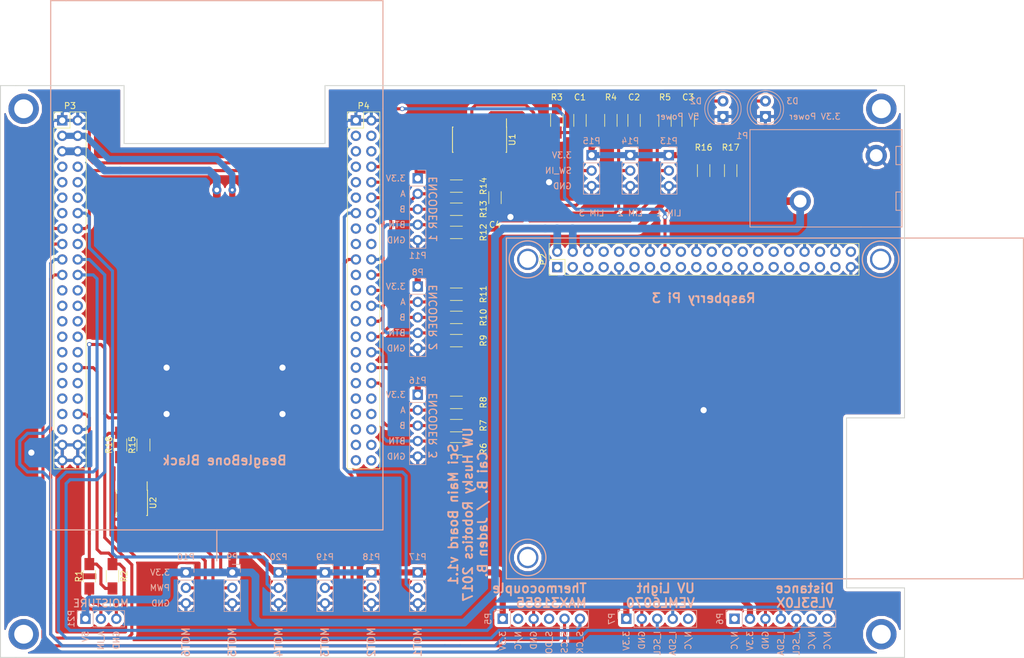
<source format=kicad_pcb>
(kicad_pcb (version 4) (host pcbnew 4.0.3-stable)
  (layers (0 F.Cu signal) (31 B.Cu signal) (34 B.Paste user) (35 F.Paste user) (36 B.SilkS user) (37 F.SilkS user) (38 B.Mask user) (39 F.Mask user) (44 Edge.Cuts user))
  (net 0 "")
  (net 1 "Net-(P3-Pad7)")
  (net 2 "Net-(P3-Pad8)")
  (net 3 "Net-(P3-Pad9)")
  (net 4 "Net-(P3-Pad10)")
  (net 5 "Net-(P3-Pad11)")
  (net 6 "Net-(P3-Pad12)")
  (net 7 "Net-(P3-Pad13)")
  (net 8 "Net-(P3-Pad23)")
  (net 9 "Net-(P3-Pad24)")
  (net 10 "Net-(P3-Pad25)")
  (net 11 "Net-(P3-Pad26)")
  (net 12 "Net-(P3-Pad27)")
  (net 13 "Net-(P3-Pad28)")
  (net 14 "Net-(P3-Pad29)")
  (net 15 "Net-(P3-Pad30)")
  (net 16 "Net-(P3-Pad31)")
  (net 17 "Net-(P3-Pad32)")
  (net 18 "Net-(P3-Pad33)")
  (net 19 GNDA)
  (net 20 "Net-(P3-Pad35)")
  (net 21 "Net-(P3-Pad36)")
  (net 22 "Net-(P3-Pad37)")
  (net 23 "Net-(P3-Pad38)")
  (net 24 "Net-(P3-Pad39)")
  (net 25 "Net-(P3-Pad41)")
  (net 26 "Net-(P4-Pad3)")
  (net 27 "Net-(P4-Pad4)")
  (net 28 "Net-(P4-Pad5)")
  (net 29 "Net-(P4-Pad6)")
  (net 30 "Net-(P4-Pad7)")
  (net 31 "Net-(P4-Pad9)")
  (net 32 "Net-(P4-Pad11)")
  (net 33 "Net-(P4-Pad14)")
  (net 34 "Net-(P4-Pad15)")
  (net 35 "Net-(P4-Pad16)")
  (net 36 "Net-(P4-Pad17)")
  (net 37 "Net-(P4-Pad18)")
  (net 38 "Net-(P4-Pad21)")
  (net 39 "Net-(P4-Pad23)")
  (net 40 "Net-(P4-Pad25)")
  (net 41 "Net-(P4-Pad27)")
  (net 42 "Net-(P4-Pad29)")
  (net 43 "Net-(P4-Pad31)")
  (net 44 "Net-(P4-Pad33)")
  (net 45 "Net-(P4-Pad35)")
  (net 46 "Net-(P4-Pad37)")
  (net 47 "Net-(P4-Pad38)")
  (net 48 "Net-(P4-Pad39)")
  (net 49 "Net-(P4-Pad40)")
  (net 50 "Net-(P4-Pad41)")
  (net 51 "Net-(P4-Pad42)")
  (net 52 "Net-(P4-Pad43)")
  (net 53 "Net-(P4-Pad44)")
  (net 54 +5V)
  (net 55 "Net-(P5-Pad2)")
  (net 56 "Net-(P6-Pad1)")
  (net 57 "Net-(P6-Pad6)")
  (net 58 "Net-(P6-Pad7)")
  (net 59 "Net-(P7-Pad5)")
  (net 60 "Net-(P21-Pad2)")
  (net 61 "Net-(D2-Pad2)")
  (net 62 "Net-(U1-Pad8)")
  (net 63 "Net-(U1-Pad9)")
  (net 64 "Net-(U1-Pad10)")
  (net 65 "Net-(U1-Pad11)")
  (net 66 "Net-(U1-Pad12)")
  (net 67 "Net-(U1-Pad13)")
  (net 68 GNDD)
  (net 69 /B_LIM3)
  (net 70 /B_LIM2)
  (net 71 /B_LIM1)
  (net 72 +3V3)
  (net 73 "Net-(P2-Pad1)")
  (net 74 "Net-(P2-Pad3)")
  (net 75 "Net-(P2-Pad5)")
  (net 76 "Net-(P2-Pad7)")
  (net 77 "Net-(P2-Pad8)")
  (net 78 "Net-(P2-Pad10)")
  (net 79 "Net-(P2-Pad11)")
  (net 80 "Net-(P2-Pad12)")
  (net 81 "Net-(P2-Pad13)")
  (net 82 "Net-(P2-Pad15)")
  (net 83 "Net-(P2-Pad17)")
  (net 84 "Net-(P2-Pad18)")
  (net 85 "Net-(P2-Pad19)")
  (net 86 "Net-(P2-Pad21)")
  (net 87 "Net-(P2-Pad22)")
  (net 88 "Net-(P2-Pad23)")
  (net 89 "Net-(P2-Pad24)")
  (net 90 "Net-(P2-Pad26)")
  (net 91 "Net-(P2-Pad27)")
  (net 92 "Net-(P2-Pad28)")
  (net 93 "Net-(P2-Pad29)")
  (net 94 "Net-(P2-Pad30)")
  (net 95 "Net-(P2-Pad31)")
  (net 96 "Net-(P2-Pad32)")
  (net 97 "Net-(P2-Pad33)")
  (net 98 "Net-(P2-Pad35)")
  (net 99 "Net-(P2-Pad36)")
  (net 100 "Net-(P2-Pad37)")
  (net 101 "Net-(P2-Pad40)")
  (net 102 /SPI_CS)
  (net 103 /SPI_DI)
  (net 104 /I2C_SCL)
  (net 105 /I2C_SDA)
  (net 106 /SPI_DO)
  (net 107 /SPI_CLK)
  (net 108 /MOISTURE_IN)
  (net 109 /LIMIT3_IN)
  (net 110 /LIMIT2_IN)
  (net 111 /LIMIT1_IN)
  (net 112 /MOTOR1_PWM)
  (net 113 /MOTOR2_PWM)
  (net 114 /ENC1_BUT)
  (net 115 /ENC1_A)
  (net 116 /ENC1_B)
  (net 117 /ENC2_BUT)
  (net 118 /ENC2_A)
  (net 119 /ENC2_B)
  (net 120 /ENC3_BUT)
  (net 121 /ENC3_A)
  (net 122 /ENC3_B)
  (net 123 /MOTOR3_PWM)
  (net 124 /MOTOR4_PWM)
  (net 125 "Net-(D3-Pad2)")
  (net 126 /CAM_TRIG)
  (net 127 "Net-(P4-Pad45)")
  (net 128 "Net-(P4-Pad46)")
  (net 129 /MOTOR6_PWM)
  (net 130 /MOTOR5_PWM)
  (net 131 "Net-(P9-Pad2)")
  (net 132 "Net-(P10-Pad2)")
  (net 133 "Net-(R15-Pad1)")
  (net 134 "Net-(R18-Pad1)")
  (module .pretty:VIA-0.04 (layer F.Cu) (at 39.37 81.915)
    (fp_text reference REF** hide)
    (fp_text value VIA-0.4 hide)
    (pad 1 thru_hole circle (at 0 0) (size 1.524 1.524) (drill 1.016) (layers *.Cu) (net 68 GNDD))
  )
  (module .pretty:VIA-0.04 (layer F.Cu) (at 118.11 43.18)
    (fp_text reference REF** hide)
    (fp_text value VIA-0.4 hide)
    (pad 1 thru_hole circle (at 0 0) (size 1.524 1.524) (drill 1.016) (layers *.Cu) (net 68 GNDD))
  )
  (module Pin_Headers:Pin_Header_Straight_2x23_Pitch2.54mm (layer F.Cu) (at 44.45 27.305)
    (fp_text reference P3 (at 1.27 -2.39) (layer F.SilkS))
    (fp_text value BBB_P9_HEADER)
    (pad 1 thru_hole rect (at 0 0) (size 1.7 1.7) (drill 1) (layers *.Cu *.Mask) (net 68 GNDD))
    (pad 2 thru_hole oval (at 2.54 0) (size 1.7 1.7) (drill 1) (layers *.Cu *.Mask) (net 68 GNDD))
    (pad 3 thru_hole oval (at 0 2.54) (size 1.7 1.7) (drill 1) (layers *.Cu *.Mask) (net 72 +3V3))
    (pad 4 thru_hole oval (at 2.54 2.54) (size 1.7 1.7) (drill 1) (layers *.Cu *.Mask) (net 72 +3V3))
    (pad 5 thru_hole oval (at 0 5.08) (size 1.7 1.7) (drill 1) (layers *.Cu *.Mask) (net 54 +5V))
    (pad 6 thru_hole oval (at 2.54 5.08) (size 1.7 1.7) (drill 1) (layers *.Cu *.Mask) (net 54 +5V))
    (pad 7 thru_hole oval (at 0 7.62) (size 1.7 1.7) (drill 1) (layers *.Cu *.Mask) (net 1 "Net-(P3-Pad7)"))
    (pad 8 thru_hole oval (at 2.54 7.62) (size 1.7 1.7) (drill 1) (layers *.Cu *.Mask) (net 2 "Net-(P3-Pad8)"))
    (pad 9 thru_hole oval (at 0 10.16) (size 1.7 1.7) (drill 1) (layers *.Cu *.Mask) (net 3 "Net-(P3-Pad9)"))
    (pad 10 thru_hole oval (at 2.54 10.16) (size 1.7 1.7) (drill 1) (layers *.Cu *.Mask) (net 4 "Net-(P3-Pad10)"))
    (pad 11 thru_hole oval (at 0 12.7) (size 1.7 1.7) (drill 1) (layers *.Cu *.Mask) (net 5 "Net-(P3-Pad11)"))
    (pad 12 thru_hole oval (at 2.54 12.7) (size 1.7 1.7) (drill 1) (layers *.Cu *.Mask) (net 6 "Net-(P3-Pad12)"))
    (pad 13 thru_hole oval (at 0 15.24) (size 1.7 1.7) (drill 1) (layers *.Cu *.Mask) (net 7 "Net-(P3-Pad13)"))
    (pad 14 thru_hole oval (at 2.54 15.24) (size 1.7 1.7) (drill 1) (layers *.Cu *.Mask) (net 124 /MOTOR4_PWM))
    (pad 15 thru_hole oval (at 0 17.78) (size 1.7 1.7) (drill 1) (layers *.Cu *.Mask) (net 126 /CAM_TRIG))
    (pad 16 thru_hole oval (at 2.54 17.78) (size 1.7 1.7) (drill 1) (layers *.Cu *.Mask) (net 123 /MOTOR3_PWM))
    (pad 17 thru_hole oval (at 0 20.32) (size 1.7 1.7) (drill 1) (layers *.Cu *.Mask) (net 102 /SPI_CS))
    (pad 18 thru_hole oval (at 2.54 20.32) (size 1.7 1.7) (drill 1) (layers *.Cu *.Mask) (net 103 /SPI_DI))
    (pad 19 thru_hole oval (at 0 22.86) (size 1.7 1.7) (drill 1) (layers *.Cu *.Mask) (net 104 /I2C_SCL))
    (pad 20 thru_hole oval (at 2.54 22.86) (size 1.7 1.7) (drill 1) (layers *.Cu *.Mask) (net 105 /I2C_SDA))
    (pad 21 thru_hole oval (at 0 25.4) (size 1.7 1.7) (drill 1) (layers *.Cu *.Mask) (net 129 /MOTOR6_PWM))
    (pad 22 thru_hole oval (at 2.54 25.4) (size 1.7 1.7) (drill 1) (layers *.Cu *.Mask) (net 107 /SPI_CLK))
    (pad 23 thru_hole oval (at 0 27.94) (size 1.7 1.7) (drill 1) (layers *.Cu *.Mask) (net 8 "Net-(P3-Pad23)"))
    (pad 24 thru_hole oval (at 2.54 27.94) (size 1.7 1.7) (drill 1) (layers *.Cu *.Mask) (net 9 "Net-(P3-Pad24)"))
    (pad 25 thru_hole oval (at 0 30.48) (size 1.7 1.7) (drill 1) (layers *.Cu *.Mask) (net 10 "Net-(P3-Pad25)"))
    (pad 26 thru_hole oval (at 2.54 30.48) (size 1.7 1.7) (drill 1) (layers *.Cu *.Mask) (net 11 "Net-(P3-Pad26)"))
    (pad 27 thru_hole oval (at 0 33.02) (size 1.7 1.7) (drill 1) (layers *.Cu *.Mask) (net 12 "Net-(P3-Pad27)"))
    (pad 28 thru_hole oval (at 2.54 33.02) (size 1.7 1.7) (drill 1) (layers *.Cu *.Mask) (net 13 "Net-(P3-Pad28)"))
    (pad 29 thru_hole oval (at 0 35.56) (size 1.7 1.7) (drill 1) (layers *.Cu *.Mask) (net 14 "Net-(P3-Pad29)"))
    (pad 30 thru_hole oval (at 2.54 35.56) (size 1.7 1.7) (drill 1) (layers *.Cu *.Mask) (net 15 "Net-(P3-Pad30)"))
    (pad 31 thru_hole oval (at 0 38.1) (size 1.7 1.7) (drill 1) (layers *.Cu *.Mask) (net 16 "Net-(P3-Pad31)"))
    (pad 32 thru_hole oval (at 2.54 38.1) (size 1.7 1.7) (drill 1) (layers *.Cu *.Mask) (net 17 "Net-(P3-Pad32)"))
    (pad 33 thru_hole oval (at 0 40.64) (size 1.7 1.7) (drill 1) (layers *.Cu *.Mask) (net 18 "Net-(P3-Pad33)"))
    (pad 34 thru_hole oval (at 2.54 40.64) (size 1.7 1.7) (drill 1) (layers *.Cu *.Mask) (net 19 GNDA))
    (pad 35 thru_hole oval (at 0 43.18) (size 1.7 1.7) (drill 1) (layers *.Cu *.Mask) (net 20 "Net-(P3-Pad35)"))
    (pad 36 thru_hole oval (at 2.54 43.18) (size 1.7 1.7) (drill 1) (layers *.Cu *.Mask) (net 21 "Net-(P3-Pad36)"))
    (pad 37 thru_hole oval (at 0 45.72) (size 1.7 1.7) (drill 1) (layers *.Cu *.Mask) (net 22 "Net-(P3-Pad37)"))
    (pad 38 thru_hole oval (at 2.54 45.72) (size 1.7 1.7) (drill 1) (layers *.Cu *.Mask) (net 23 "Net-(P3-Pad38)"))
    (pad 39 thru_hole oval (at 0 48.26) (size 1.7 1.7) (drill 1) (layers *.Cu *.Mask) (net 24 "Net-(P3-Pad39)"))
    (pad 40 thru_hole oval (at 2.54 48.26) (size 1.7 1.7) (drill 1) (layers *.Cu *.Mask) (net 108 /MOISTURE_IN))
    (pad 41 thru_hole oval (at 0 50.8) (size 1.7 1.7) (drill 1) (layers *.Cu *.Mask) (net 25 "Net-(P3-Pad41)"))
    (pad 42 thru_hole oval (at 2.54 50.8) (size 1.7 1.7) (drill 1) (layers *.Cu *.Mask) (net 130 /MOTOR5_PWM))
    (pad 43 thru_hole oval (at 0 53.34) (size 1.7 1.7) (drill 1) (layers *.Cu *.Mask) (net 68 GNDD))
    (pad 44 thru_hole oval (at 2.54 53.34) (size 1.7 1.7) (drill 1) (layers *.Cu *.Mask) (net 68 GNDD))
    (pad 45 thru_hole oval (at 0 55.88) (size 1.7 1.7) (drill 1) (layers *.Cu *.Mask) (net 68 GNDD))
    (pad 46 thru_hole oval (at 2.54 55.88) (size 1.7 1.7) (drill 1) (layers *.Cu *.Mask) (net 68 GNDD))
  )
  (module Pin_Headers:Pin_Header_Straight_2x23_Pitch2.54mm (layer F.Cu) (at 92.71 27.305)
    (fp_text reference P4 (at 1.27 -2.39) (layer F.SilkS))
    (fp_text value BBB_P8_HEADER)
    (pad 1 thru_hole rect (at 0 0) (size 1.7 1.7) (drill 1) (layers *.Cu *.Mask) (net 68 GNDD))
    (pad 2 thru_hole oval (at 2.54 0) (size 1.7 1.7) (drill 1) (layers *.Cu *.Mask) (net 68 GNDD))
    (pad 3 thru_hole oval (at 0 2.54) (size 1.7 1.7) (drill 1) (layers *.Cu *.Mask) (net 26 "Net-(P4-Pad3)"))
    (pad 4 thru_hole oval (at 2.54 2.54) (size 1.7 1.7) (drill 1) (layers *.Cu *.Mask) (net 27 "Net-(P4-Pad4)"))
    (pad 5 thru_hole oval (at 0 5.08) (size 1.7 1.7) (drill 1) (layers *.Cu *.Mask) (net 28 "Net-(P4-Pad5)"))
    (pad 6 thru_hole oval (at 2.54 5.08) (size 1.7 1.7) (drill 1) (layers *.Cu *.Mask) (net 29 "Net-(P4-Pad6)"))
    (pad 7 thru_hole oval (at 0 7.62) (size 1.7 1.7) (drill 1) (layers *.Cu *.Mask) (net 30 "Net-(P4-Pad7)"))
    (pad 8 thru_hole oval (at 2.54 7.62) (size 1.7 1.7) (drill 1) (layers *.Cu *.Mask) (net 109 /LIMIT3_IN))
    (pad 9 thru_hole oval (at 0 10.16) (size 1.7 1.7) (drill 1) (layers *.Cu *.Mask) (net 31 "Net-(P4-Pad9)"))
    (pad 10 thru_hole oval (at 2.54 10.16) (size 1.7 1.7) (drill 1) (layers *.Cu *.Mask) (net 110 /LIMIT2_IN))
    (pad 11 thru_hole oval (at 0 12.7) (size 1.7 1.7) (drill 1) (layers *.Cu *.Mask) (net 32 "Net-(P4-Pad11)"))
    (pad 12 thru_hole oval (at 2.54 12.7) (size 1.7 1.7) (drill 1) (layers *.Cu *.Mask) (net 111 /LIMIT1_IN))
    (pad 13 thru_hole oval (at 0 15.24) (size 1.7 1.7) (drill 1) (layers *.Cu *.Mask) (net 112 /MOTOR1_PWM))
    (pad 14 thru_hole oval (at 2.54 15.24) (size 1.7 1.7) (drill 1) (layers *.Cu *.Mask) (net 33 "Net-(P4-Pad14)"))
    (pad 15 thru_hole oval (at 0 17.78) (size 1.7 1.7) (drill 1) (layers *.Cu *.Mask) (net 34 "Net-(P4-Pad15)"))
    (pad 16 thru_hole oval (at 2.54 17.78) (size 1.7 1.7) (drill 1) (layers *.Cu *.Mask) (net 35 "Net-(P4-Pad16)"))
    (pad 17 thru_hole oval (at 0 20.32) (size 1.7 1.7) (drill 1) (layers *.Cu *.Mask) (net 36 "Net-(P4-Pad17)"))
    (pad 18 thru_hole oval (at 2.54 20.32) (size 1.7 1.7) (drill 1) (layers *.Cu *.Mask) (net 37 "Net-(P4-Pad18)"))
    (pad 19 thru_hole oval (at 0 22.86) (size 1.7 1.7) (drill 1) (layers *.Cu *.Mask) (net 113 /MOTOR2_PWM))
    (pad 20 thru_hole oval (at 2.54 22.86) (size 1.7 1.7) (drill 1) (layers *.Cu *.Mask) (net 114 /ENC1_BUT))
    (pad 21 thru_hole oval (at 0 25.4) (size 1.7 1.7) (drill 1) (layers *.Cu *.Mask) (net 38 "Net-(P4-Pad21)"))
    (pad 22 thru_hole oval (at 2.54 25.4) (size 1.7 1.7) (drill 1) (layers *.Cu *.Mask) (net 115 /ENC1_A))
    (pad 23 thru_hole oval (at 0 27.94) (size 1.7 1.7) (drill 1) (layers *.Cu *.Mask) (net 39 "Net-(P4-Pad23)"))
    (pad 24 thru_hole oval (at 2.54 27.94) (size 1.7 1.7) (drill 1) (layers *.Cu *.Mask) (net 116 /ENC1_B))
    (pad 25 thru_hole oval (at 0 30.48) (size 1.7 1.7) (drill 1) (layers *.Cu *.Mask) (net 40 "Net-(P4-Pad25)"))
    (pad 26 thru_hole oval (at 2.54 30.48) (size 1.7 1.7) (drill 1) (layers *.Cu *.Mask) (net 117 /ENC2_BUT))
    (pad 27 thru_hole oval (at 0 33.02) (size 1.7 1.7) (drill 1) (layers *.Cu *.Mask) (net 41 "Net-(P4-Pad27)"))
    (pad 28 thru_hole oval (at 2.54 33.02) (size 1.7 1.7) (drill 1) (layers *.Cu *.Mask) (net 118 /ENC2_A))
    (pad 29 thru_hole oval (at 0 35.56) (size 1.7 1.7) (drill 1) (layers *.Cu *.Mask) (net 42 "Net-(P4-Pad29)"))
    (pad 30 thru_hole oval (at 2.54 35.56) (size 1.7 1.7) (drill 1) (layers *.Cu *.Mask) (net 119 /ENC2_B))
    (pad 31 thru_hole oval (at 0 38.1) (size 1.7 1.7) (drill 1) (layers *.Cu *.Mask) (net 43 "Net-(P4-Pad31)"))
    (pad 32 thru_hole oval (at 2.54 38.1) (size 1.7 1.7) (drill 1) (layers *.Cu *.Mask) (net 120 /ENC3_BUT))
    (pad 33 thru_hole oval (at 0 40.64) (size 1.7 1.7) (drill 1) (layers *.Cu *.Mask) (net 44 "Net-(P4-Pad33)"))
    (pad 34 thru_hole oval (at 2.54 40.64) (size 1.7 1.7) (drill 1) (layers *.Cu *.Mask) (net 121 /ENC3_A))
    (pad 35 thru_hole oval (at 0 43.18) (size 1.7 1.7) (drill 1) (layers *.Cu *.Mask) (net 45 "Net-(P4-Pad35)"))
    (pad 36 thru_hole oval (at 2.54 43.18) (size 1.7 1.7) (drill 1) (layers *.Cu *.Mask) (net 122 /ENC3_B))
    (pad 37 thru_hole oval (at 0 45.72) (size 1.7 1.7) (drill 1) (layers *.Cu *.Mask) (net 46 "Net-(P4-Pad37)"))
    (pad 38 thru_hole oval (at 2.54 45.72) (size 1.7 1.7) (drill 1) (layers *.Cu *.Mask) (net 47 "Net-(P4-Pad38)"))
    (pad 39 thru_hole oval (at 0 48.26) (size 1.7 1.7) (drill 1) (layers *.Cu *.Mask) (net 48 "Net-(P4-Pad39)"))
    (pad 40 thru_hole oval (at 2.54 48.26) (size 1.7 1.7) (drill 1) (layers *.Cu *.Mask) (net 49 "Net-(P4-Pad40)"))
    (pad 41 thru_hole oval (at 0 50.8) (size 1.7 1.7) (drill 1) (layers *.Cu *.Mask) (net 50 "Net-(P4-Pad41)"))
    (pad 42 thru_hole oval (at 2.54 50.8) (size 1.7 1.7) (drill 1) (layers *.Cu *.Mask) (net 51 "Net-(P4-Pad42)"))
    (pad 43 thru_hole oval (at 0 53.34) (size 1.7 1.7) (drill 1) (layers *.Cu *.Mask) (net 52 "Net-(P4-Pad43)"))
    (pad 44 thru_hole oval (at 2.54 53.34) (size 1.7 1.7) (drill 1) (layers *.Cu *.Mask) (net 53 "Net-(P4-Pad44)"))
    (pad 45 thru_hole oval (at 0 55.88) (size 1.7 1.7) (drill 1) (layers *.Cu *.Mask) (net 127 "Net-(P4-Pad45)"))
    (pad 46 thru_hole oval (at 2.54 55.88) (size 1.7 1.7) (drill 1) (layers *.Cu *.Mask) (net 128 "Net-(P4-Pad46)"))
  )
  (module Pin_Headers:Pin_Header_Straight_1x06_Pitch2.54mm (layer B.Cu) (at 116.84 109.22 270)
    (fp_text reference P5 (at 0 2.39 270) (layer B.SilkS) (effects (justify mirror)))
    (fp_text value THERMO_SENS hide)
    (pad 1 thru_hole rect (at 0 0 270) (size 1.7 1.7) (drill 1) (layers *.Cu *.Mask) (net 72 +3V3))
    (pad 2 thru_hole oval (at 0 -2.54 270) (size 1.7 1.7) (drill 1) (layers *.Cu *.Mask) (net 55 "Net-(P5-Pad2)"))
    (pad 3 thru_hole oval (at 0 -5.08 270) (size 1.7 1.7) (drill 1) (layers *.Cu *.Mask) (net 68 GNDD))
    (pad 4 thru_hole oval (at 0 -7.62 270) (size 1.7 1.7) (drill 1) (layers *.Cu *.Mask) (net 106 /SPI_DO))
    (pad 5 thru_hole oval (at 0 -10.16 270) (size 1.7 1.7) (drill 1) (layers *.Cu *.Mask) (net 102 /SPI_CS))
    (pad 6 thru_hole oval (at 0 -12.7 270) (size 1.7 1.7) (drill 1) (layers *.Cu *.Mask) (net 107 /SPI_CLK))
  )
  (module Pin_Headers:Pin_Header_Straight_1x07_Pitch2.54mm (layer B.Cu) (at 154.94 109.22 270)
    (fp_text reference P6 (at 0 2.39 270) (layer B.SilkS) (effects (justify mirror)))
    (fp_text value DIST_SENS hide)
    (pad 1 thru_hole rect (at 0 0 270) (size 1.7 1.7) (drill 1) (layers *.Cu *.Mask) (net 56 "Net-(P6-Pad1)"))
    (pad 2 thru_hole oval (at 0 -2.54 270) (size 1.7 1.7) (drill 1) (layers *.Cu *.Mask) (net 72 +3V3))
    (pad 3 thru_hole oval (at 0 -5.08 270) (size 1.7 1.7) (drill 1) (layers *.Cu *.Mask) (net 68 GNDD))
    (pad 4 thru_hole oval (at 0 -7.62 270) (size 1.7 1.7) (drill 1) (layers *.Cu *.Mask) (net 105 /I2C_SDA))
    (pad 5 thru_hole oval (at 0 -10.16 270) (size 1.7 1.7) (drill 1) (layers *.Cu *.Mask) (net 104 /I2C_SCL))
    (pad 6 thru_hole oval (at 0 -12.7 270) (size 1.7 1.7) (drill 1) (layers *.Cu *.Mask) (net 57 "Net-(P6-Pad6)"))
    (pad 7 thru_hole oval (at 0 -15.24 270) (size 1.7 1.7) (drill 1) (layers *.Cu *.Mask) (net 58 "Net-(P6-Pad7)"))
  )
  (module Pin_Headers:Pin_Header_Straight_1x05_Pitch2.54mm (layer B.Cu) (at 137.16 109.22 270)
    (fp_text reference P7 (at 0 2.39 270) (layer B.SilkS) (effects (justify mirror)))
    (fp_text value UV_SENS hide)
    (pad 1 thru_hole rect (at 0 0 270) (size 1.7 1.7) (drill 1) (layers *.Cu *.Mask) (net 72 +3V3))
    (pad 2 thru_hole oval (at 0 -2.54 270) (size 1.7 1.7) (drill 1) (layers *.Cu *.Mask) (net 68 GNDD))
    (pad 3 thru_hole oval (at 0 -5.08 270) (size 1.7 1.7) (drill 1) (layers *.Cu *.Mask) (net 104 /I2C_SCL))
    (pad 4 thru_hole oval (at 0 -7.62 270) (size 1.7 1.7) (drill 1) (layers *.Cu *.Mask) (net 105 /I2C_SDA))
    (pad 5 thru_hole oval (at 0 -10.16 270) (size 1.7 1.7) (drill 1) (layers *.Cu *.Mask) (net 59 "Net-(P7-Pad5)"))
  )
  (module Capacitors_SMD:C_1206_HandSoldering (layer F.Cu) (at 129.54 27.305 270)
    (fp_text reference C1 (at -3.81 0 360) (layer F.SilkS))
    (fp_text value 1μF)
    (pad 1 smd rect (at -2 0 270) (size 2 1.6) (layers F.Cu F.Paste F.Mask) (net 68 GNDD))
    (pad 2 smd rect (at 2 0 270) (size 2 1.6) (layers F.Cu F.Paste F.Mask) (net 69 /B_LIM3))
  )
  (module Capacitors_SMD:C_1206_HandSoldering (layer F.Cu) (at 138.43 27.305 270)
    (fp_text reference C2 (at -3.81 0 360) (layer F.SilkS))
    (fp_text value 1μF)
    (pad 1 smd rect (at -2 0 270) (size 2 1.6) (layers F.Cu F.Paste F.Mask) (net 68 GNDD))
    (pad 2 smd rect (at 2 0 270) (size 2 1.6) (layers F.Cu F.Paste F.Mask) (net 70 /B_LIM2))
  )
  (module Capacitors_SMD:C_1206_HandSoldering (layer F.Cu) (at 147.32 27.305 270)
    (fp_text reference C3 (at -3.81 0 360) (layer F.SilkS))
    (fp_text value 1μF)
    (pad 1 smd rect (at -2 0 270) (size 2 1.6) (layers F.Cu F.Paste F.Mask) (net 68 GNDD))
    (pad 2 smd rect (at 2 0 270) (size 2 1.6) (layers F.Cu F.Paste F.Mask) (net 71 /B_LIM1))
  )
  (module Capacitors_SMD:C_1206_HandSoldering (layer F.Cu) (at 115.57 40.005 270)
    (fp_text reference C4 (at 4.445 0 360) (layer F.SilkS))
    (fp_text value 100nF)
    (pad 1 smd rect (at -2 0 270) (size 2 1.6) (layers F.Cu F.Paste F.Mask) (net 72 +3V3))
    (pad 2 smd rect (at 2 0 270) (size 2 1.6) (layers F.Cu F.Paste F.Mask) (net 68 GNDD))
  )
  (module Capacitors_SMD:C_1206_HandSoldering (layer F.Cu) (at 48.895 102.235 90)
    (fp_text reference R1 (at 0 -1.75 90) (layer F.SilkS))
    (fp_text value 1kΩ)
    (pad 1 smd rect (at -2 0 90) (size 2 1.6) (layers F.Cu F.Paste F.Mask) (net 60 "Net-(P21-Pad2)"))
    (pad 2 smd rect (at 2 0 90) (size 2 1.6) (layers F.Cu F.Paste F.Mask) (net 108 /MOISTURE_IN))
  )
  (module Capacitors_SMD:C_1206_HandSoldering (layer F.Cu) (at 52.705 102.235 90)
    (fp_text reference R2 (at 0 1.905 90) (layer F.SilkS))
    (fp_text value 560Ω)
    (pad 1 smd rect (at -2 0 90) (size 2 1.6) (layers F.Cu F.Paste F.Mask) (net 108 /MOISTURE_IN))
    (pad 2 smd rect (at 2 0 90) (size 2 1.6) (layers F.Cu F.Paste F.Mask) (net 19 GNDA))
  )
  (module Capacitors_SMD:C_1206_HandSoldering (layer F.Cu) (at 125.73 27.305 90)
    (fp_text reference R3 (at 3.81 0 180) (layer F.SilkS))
    (fp_text value 5kΩ)
    (pad 1 smd rect (at -2 0 90) (size 2 1.6) (layers F.Cu F.Paste F.Mask) (net 69 /B_LIM3))
    (pad 2 smd rect (at 2 0 90) (size 2 1.6) (layers F.Cu F.Paste F.Mask) (net 72 +3V3))
  )
  (module Capacitors_SMD:C_1206_HandSoldering (layer F.Cu) (at 134.62 27.305 90)
    (fp_text reference R4 (at 3.81 0 180) (layer F.SilkS))
    (fp_text value 5kΩ)
    (pad 1 smd rect (at -2 0 90) (size 2 1.6) (layers F.Cu F.Paste F.Mask) (net 70 /B_LIM2))
    (pad 2 smd rect (at 2 0 90) (size 2 1.6) (layers F.Cu F.Paste F.Mask) (net 72 +3V3))
  )
  (module Capacitors_SMD:C_1206_HandSoldering (layer F.Cu) (at 143.51 27.305 90)
    (fp_text reference R5 (at 3.81 0 180) (layer F.SilkS))
    (fp_text value 5kΩ)
    (pad 1 smd rect (at -2 0 90) (size 2 1.6) (layers F.Cu F.Paste F.Mask) (net 71 /B_LIM1))
    (pad 2 smd rect (at 2 0 90) (size 2 1.6) (layers F.Cu F.Paste F.Mask) (net 72 +3V3))
  )
  (module Capacitors_SMD:C_1206_HandSoldering (layer F.Cu) (at 109.22 81.28 180)
    (fp_text reference R6 (at -4.445 0 270) (layer F.SilkS))
    (fp_text value 5kΩ)
    (pad 1 smd rect (at -2 0 180) (size 2 1.6) (layers F.Cu F.Paste F.Mask) (net 72 +3V3))
    (pad 2 smd rect (at 2 0 180) (size 2 1.6) (layers F.Cu F.Paste F.Mask) (net 120 /ENC3_BUT))
  )
  (module Capacitors_SMD:C_1206_HandSoldering (layer F.Cu) (at 109.22 77.47 180)
    (fp_text reference R7 (at -4.445 0 450) (layer F.SilkS))
    (fp_text value 5kΩ)
    (pad 1 smd rect (at -2 0 180) (size 2 1.6) (layers F.Cu F.Paste F.Mask) (net 72 +3V3))
    (pad 2 smd rect (at 2 0 180) (size 2 1.6) (layers F.Cu F.Paste F.Mask) (net 122 /ENC3_B))
  )
  (module Capacitors_SMD:C_1206_HandSoldering (layer F.Cu) (at 109.22 73.66 180)
    (fp_text reference R8 (at -4.445 0 270) (layer F.SilkS))
    (fp_text value 5kΩ)
    (pad 1 smd rect (at -2 0 180) (size 2 1.6) (layers F.Cu F.Paste F.Mask) (net 72 +3V3))
    (pad 2 smd rect (at 2 0 180) (size 2 1.6) (layers F.Cu F.Paste F.Mask) (net 121 /ENC3_A))
  )
  (module Capacitors_SMD:C_1206_HandSoldering (layer F.Cu) (at 109.22 63.5 180)
    (fp_text reference R9 (at -4.445 0 270) (layer F.SilkS))
    (fp_text value 5kΩ)
    (pad 1 smd rect (at -2 0 180) (size 2 1.6) (layers F.Cu F.Paste F.Mask) (net 72 +3V3))
    (pad 2 smd rect (at 2 0 180) (size 2 1.6) (layers F.Cu F.Paste F.Mask) (net 117 /ENC2_BUT))
  )
  (module Capacitors_SMD:C_1206_HandSoldering (layer F.Cu) (at 109.22 59.69 180)
    (fp_text reference R10 (at -4.445 0 270) (layer F.SilkS))
    (fp_text value 5kΩ)
    (pad 1 smd rect (at -2 0 180) (size 2 1.6) (layers F.Cu F.Paste F.Mask) (net 72 +3V3))
    (pad 2 smd rect (at 2 0 180) (size 2 1.6) (layers F.Cu F.Paste F.Mask) (net 119 /ENC2_B))
  )
  (module Capacitors_SMD:C_1206_HandSoldering (layer F.Cu) (at 109.22 55.88 180)
    (fp_text reference R11 (at -4.445 0 270) (layer F.SilkS))
    (fp_text value 5kΩ)
    (pad 1 smd rect (at -2 0 180) (size 2 1.6) (layers F.Cu F.Paste F.Mask) (net 72 +3V3))
    (pad 2 smd rect (at 2 0 180) (size 2 1.6) (layers F.Cu F.Paste F.Mask) (net 118 /ENC2_A))
  )
  (module Capacitors_SMD:C_1206_HandSoldering (layer F.Cu) (at 109.22 45.72 180)
    (fp_text reference R12 (at -4.445 0 270) (layer F.SilkS))
    (fp_text value 5kΩ)
    (pad 1 smd rect (at -2 0 180) (size 2 1.6) (layers F.Cu F.Paste F.Mask) (net 72 +3V3))
    (pad 2 smd rect (at 2 0 180) (size 2 1.6) (layers F.Cu F.Paste F.Mask) (net 114 /ENC1_BUT))
  )
  (module Capacitors_SMD:C_1206_HandSoldering (layer F.Cu) (at 109.22 41.91 180)
    (fp_text reference R13 (at -4.445 0 270) (layer F.SilkS))
    (fp_text value 5kΩ)
    (pad 1 smd rect (at -2 0 180) (size 2 1.6) (layers F.Cu F.Paste F.Mask) (net 72 +3V3))
    (pad 2 smd rect (at 2 0 180) (size 2 1.6) (layers F.Cu F.Paste F.Mask) (net 116 /ENC1_B))
  )
  (module Capacitors_SMD:C_1206_HandSoldering (layer F.Cu) (at 109.22 38.1 180)
    (fp_text reference R14 (at -4.445 0 270) (layer F.SilkS))
    (fp_text value 5kΩ)
    (pad 1 smd rect (at -2 0 180) (size 2 1.6) (layers F.Cu F.Paste F.Mask) (net 72 +3V3))
    (pad 2 smd rect (at 2 0 180) (size 2 1.6) (layers F.Cu F.Paste F.Mask) (net 115 /ENC1_A))
  )
  (module Capacitors_SMD:C_1206_HandSoldering (layer F.Cu) (at 149.86 35.56 90)
    (fp_text reference R16 (at 3.81 0 180) (layer F.SilkS))
    (fp_text value 180Ω)
    (pad 1 smd rect (at -2 0 90) (size 2 1.6) (layers F.Cu F.Paste F.Mask) (net 54 +5V))
    (pad 2 smd rect (at 2 0 90) (size 2 1.6) (layers F.Cu F.Paste F.Mask) (net 61 "Net-(D2-Pad2)"))
  )
  (module Pin_Headers:Pin_Header_Straight_2x20_Pitch2.54mm (layer F.Cu) (at 125.8062 51.4223 90)
    (fp_text reference P2 (at 1.27 -2.33 90) (layer F.SilkS))
    (fp_text value RPI_HEADER)
    (pad 1 thru_hole rect (at 0 0 90) (size 1.7 1.7) (drill 1) (layers *.Cu *.Mask) (net 73 "Net-(P2-Pad1)"))
    (pad 2 thru_hole oval (at 2.54 0 90) (size 1.7 1.7) (drill 1) (layers *.Cu *.Mask) (net 54 +5V))
    (pad 3 thru_hole oval (at 0 2.54 90) (size 1.7 1.7) (drill 1) (layers *.Cu *.Mask) (net 74 "Net-(P2-Pad3)"))
    (pad 4 thru_hole oval (at 2.54 2.54 90) (size 1.7 1.7) (drill 1) (layers *.Cu *.Mask) (net 54 +5V))
    (pad 5 thru_hole oval (at 0 5.08 90) (size 1.7 1.7) (drill 1) (layers *.Cu *.Mask) (net 75 "Net-(P2-Pad5)"))
    (pad 6 thru_hole oval (at 2.54 5.08 90) (size 1.7 1.7) (drill 1) (layers *.Cu *.Mask) (net 68 GNDD))
    (pad 7 thru_hole oval (at 0 7.62 90) (size 1.7 1.7) (drill 1) (layers *.Cu *.Mask) (net 76 "Net-(P2-Pad7)"))
    (pad 8 thru_hole oval (at 2.54 7.62 90) (size 1.7 1.7) (drill 1) (layers *.Cu *.Mask) (net 77 "Net-(P2-Pad8)"))
    (pad 9 thru_hole oval (at 0 10.16 90) (size 1.7 1.7) (drill 1) (layers *.Cu *.Mask) (net 68 GNDD))
    (pad 10 thru_hole oval (at 2.54 10.16 90) (size 1.7 1.7) (drill 1) (layers *.Cu *.Mask) (net 78 "Net-(P2-Pad10)"))
    (pad 11 thru_hole oval (at 0 12.7 90) (size 1.7 1.7) (drill 1) (layers *.Cu *.Mask) (net 79 "Net-(P2-Pad11)"))
    (pad 12 thru_hole oval (at 2.54 12.7 90) (size 1.7 1.7) (drill 1) (layers *.Cu *.Mask) (net 80 "Net-(P2-Pad12)"))
    (pad 13 thru_hole oval (at 0 15.24 90) (size 1.7 1.7) (drill 1) (layers *.Cu *.Mask) (net 81 "Net-(P2-Pad13)"))
    (pad 14 thru_hole oval (at 2.54 15.24 90) (size 1.7 1.7) (drill 1) (layers *.Cu *.Mask) (net 68 GNDD))
    (pad 15 thru_hole oval (at 0 17.78 90) (size 1.7 1.7) (drill 1) (layers *.Cu *.Mask) (net 82 "Net-(P2-Pad15)"))
    (pad 16 thru_hole oval (at 2.54 17.78 90) (size 1.7 1.7) (drill 1) (layers *.Cu *.Mask) (net 126 /CAM_TRIG))
    (pad 17 thru_hole oval (at 0 20.32 90) (size 1.7 1.7) (drill 1) (layers *.Cu *.Mask) (net 83 "Net-(P2-Pad17)"))
    (pad 18 thru_hole oval (at 2.54 20.32 90) (size 1.7 1.7) (drill 1) (layers *.Cu *.Mask) (net 84 "Net-(P2-Pad18)"))
    (pad 19 thru_hole oval (at 0 22.86 90) (size 1.7 1.7) (drill 1) (layers *.Cu *.Mask) (net 85 "Net-(P2-Pad19)"))
    (pad 20 thru_hole oval (at 2.54 22.86 90) (size 1.7 1.7) (drill 1) (layers *.Cu *.Mask) (net 68 GNDD))
    (pad 21 thru_hole oval (at 0 25.4 90) (size 1.7 1.7) (drill 1) (layers *.Cu *.Mask) (net 86 "Net-(P2-Pad21)"))
    (pad 22 thru_hole oval (at 2.54 25.4 90) (size 1.7 1.7) (drill 1) (layers *.Cu *.Mask) (net 87 "Net-(P2-Pad22)"))
    (pad 23 thru_hole oval (at 0 27.94 90) (size 1.7 1.7) (drill 1) (layers *.Cu *.Mask) (net 88 "Net-(P2-Pad23)"))
    (pad 24 thru_hole oval (at 2.54 27.94 90) (size 1.7 1.7) (drill 1) (layers *.Cu *.Mask) (net 89 "Net-(P2-Pad24)"))
    (pad 25 thru_hole oval (at 0 30.48 90) (size 1.7 1.7) (drill 1) (layers *.Cu *.Mask) (net 68 GNDD))
    (pad 26 thru_hole oval (at 2.54 30.48 90) (size 1.7 1.7) (drill 1) (layers *.Cu *.Mask) (net 90 "Net-(P2-Pad26)"))
    (pad 27 thru_hole oval (at 0 33.02 90) (size 1.7 1.7) (drill 1) (layers *.Cu *.Mask) (net 91 "Net-(P2-Pad27)"))
    (pad 28 thru_hole oval (at 2.54 33.02 90) (size 1.7 1.7) (drill 1) (layers *.Cu *.Mask) (net 92 "Net-(P2-Pad28)"))
    (pad 29 thru_hole oval (at 0 35.56 90) (size 1.7 1.7) (drill 1) (layers *.Cu *.Mask) (net 93 "Net-(P2-Pad29)"))
    (pad 30 thru_hole oval (at 2.54 35.56 90) (size 1.7 1.7) (drill 1) (layers *.Cu *.Mask) (net 94 "Net-(P2-Pad30)"))
    (pad 31 thru_hole oval (at 0 38.1 90) (size 1.7 1.7) (drill 1) (layers *.Cu *.Mask) (net 95 "Net-(P2-Pad31)"))
    (pad 32 thru_hole oval (at 2.54 38.1 90) (size 1.7 1.7) (drill 1) (layers *.Cu *.Mask) (net 96 "Net-(P2-Pad32)"))
    (pad 33 thru_hole oval (at 0 40.64 90) (size 1.7 1.7) (drill 1) (layers *.Cu *.Mask) (net 97 "Net-(P2-Pad33)"))
    (pad 34 thru_hole oval (at 2.54 40.64 90) (size 1.7 1.7) (drill 1) (layers *.Cu *.Mask) (net 68 GNDD))
    (pad 35 thru_hole oval (at 0 43.18 90) (size 1.7 1.7) (drill 1) (layers *.Cu *.Mask) (net 98 "Net-(P2-Pad35)"))
    (pad 36 thru_hole oval (at 2.54 43.18 90) (size 1.7 1.7) (drill 1) (layers *.Cu *.Mask) (net 99 "Net-(P2-Pad36)"))
    (pad 37 thru_hole oval (at 0 45.72 90) (size 1.7 1.7) (drill 1) (layers *.Cu *.Mask) (net 100 "Net-(P2-Pad37)"))
    (pad 38 thru_hole oval (at 2.54 45.72 90) (size 1.7 1.7) (drill 1) (layers *.Cu *.Mask) (net 68 GNDD))
    (pad 39 thru_hole oval (at 0 48.26 90) (size 1.7 1.7) (drill 1) (layers *.Cu *.Mask) (net 68 GNDD))
    (pad 40 thru_hole oval (at 2.54 48.26 90) (size 1.7 1.7) (drill 1) (layers *.Cu *.Mask) (net 101 "Net-(P2-Pad40)"))
  )
  (module Capacitors_SMD:C_1206_HandSoldering (layer F.Cu) (at 154.305 35.56 90)
    (fp_text reference R17 (at 3.81 0 180) (layer F.SilkS))
    (fp_text value 80Ω)
    (pad 1 smd rect (at -2 0 90) (size 2 1.6) (layers F.Cu F.Paste F.Mask) (net 72 +3V3))
    (pad 2 smd rect (at 2 0 90) (size 2 1.6) (layers F.Cu F.Paste F.Mask) (net 125 "Net-(D3-Pad2)"))
  )
  (module LEDs:LED_D5.0mm (layer B.Cu) (at 153.035 26.67 90)
    (fp_text reference D2 (at 2.54 -4.445 180) (layer B.SilkS) (effects (justify mirror)))
    (fp_text value LED)
    (pad 1 thru_hole rect (at 0 0 90) (size 1.8 1.8) (drill 0.9) (layers *.Cu *.Mask) (net 68 GNDD))
    (pad 2 thru_hole circle (at 2.54 0 90) (size 1.8 1.8) (drill 0.9) (layers *.Cu *.Mask) (net 61 "Net-(D2-Pad2)"))
  )
  (module LEDs:LED_D5.0mm (layer B.Cu) (at 160.02 26.67 90)
    (fp_text reference D3 (at 2.54 4.445 180) (layer B.SilkS) (effects (justify mirror)))
    (fp_text value LED)
    (pad 1 thru_hole rect (at 0 0 90) (size 1.8 1.8) (drill 0.9) (layers *.Cu *.Mask) (net 68 GNDD))
    (pad 2 thru_hole circle (at 2.54 0 90) (size 1.8 1.8) (drill 0.9) (layers *.Cu *.Mask) (net 125 "Net-(D3-Pad2)"))
  )
  (module Pin_Headers:Pin_Header_Straight_1x05_Pitch2.54mm (layer B.Cu) (at 102.87 54.61 180)
    (fp_text reference P8 (at 0 2.33 180) (layer B.SilkS) (effects (justify mirror)))
    (fp_text value ENCODER_2)
    (pad 1 thru_hole rect (at 0 0 180) (size 1.7 1.7) (drill 1) (layers *.Cu *.Mask) (net 72 +3V3))
    (pad 2 thru_hole oval (at 0 -2.54 180) (size 1.7 1.7) (drill 1) (layers *.Cu *.Mask) (net 118 /ENC2_A))
    (pad 3 thru_hole oval (at 0 -5.08 180) (size 1.7 1.7) (drill 1) (layers *.Cu *.Mask) (net 119 /ENC2_B))
    (pad 4 thru_hole oval (at 0 -7.62 180) (size 1.7 1.7) (drill 1) (layers *.Cu *.Mask) (net 117 /ENC2_BUT))
    (pad 5 thru_hole oval (at 0 -10.16 180) (size 1.7 1.7) (drill 1) (layers *.Cu *.Mask) (net 68 GNDD))
  )
  (module Pin_Headers:Pin_Header_Straight_1x05_Pitch2.54mm (layer B.Cu) (at 102.87 36.83 180)
    (fp_text reference P11 (at 0 -12.7 180) (layer B.SilkS) (effects (justify mirror)))
    (fp_text value ENCODER_1)
    (pad 1 thru_hole rect (at 0 0 180) (size 1.7 1.7) (drill 1) (layers *.Cu *.Mask) (net 72 +3V3))
    (pad 2 thru_hole oval (at 0 -2.54 180) (size 1.7 1.7) (drill 1) (layers *.Cu *.Mask) (net 115 /ENC1_A))
    (pad 3 thru_hole oval (at 0 -5.08 180) (size 1.7 1.7) (drill 1) (layers *.Cu *.Mask) (net 116 /ENC1_B))
    (pad 4 thru_hole oval (at 0 -7.62 180) (size 1.7 1.7) (drill 1) (layers *.Cu *.Mask) (net 114 /ENC1_BUT))
    (pad 5 thru_hole oval (at 0 -10.16 180) (size 1.7 1.7) (drill 1) (layers *.Cu *.Mask) (net 68 GNDD))
  )
  (module Pin_Headers:Pin_Header_Straight_1x03_Pitch2.54mm (layer B.Cu) (at 144.145 33.02 180)
    (fp_text reference P13 (at 0 2.33 180) (layer B.SilkS) (effects (justify mirror)))
    (fp_text value LIMIT1_IN)
    (pad 1 thru_hole rect (at 0 0 180) (size 1.7 1.7) (drill 1) (layers *.Cu *.Mask) (net 72 +3V3))
    (pad 2 thru_hole oval (at 0 -2.54 180) (size 1.7 1.7) (drill 1) (layers *.Cu *.Mask) (net 71 /B_LIM1))
    (pad 3 thru_hole oval (at 0 -5.08 180) (size 1.7 1.7) (drill 1) (layers *.Cu *.Mask) (net 68 GNDD))
  )
  (module Pin_Headers:Pin_Header_Straight_1x03_Pitch2.54mm (layer B.Cu) (at 137.795 33.02 180)
    (fp_text reference P14 (at 0 2.33 180) (layer B.SilkS) (effects (justify mirror)))
    (fp_text value LIMIT2_IN)
    (pad 1 thru_hole rect (at 0 0 180) (size 1.7 1.7) (drill 1) (layers *.Cu *.Mask) (net 72 +3V3))
    (pad 2 thru_hole oval (at 0 -2.54 180) (size 1.7 1.7) (drill 1) (layers *.Cu *.Mask) (net 70 /B_LIM2))
    (pad 3 thru_hole oval (at 0 -5.08 180) (size 1.7 1.7) (drill 1) (layers *.Cu *.Mask) (net 68 GNDD))
  )
  (module Pin_Headers:Pin_Header_Straight_1x03_Pitch2.54mm (layer B.Cu) (at 131.445 33.02 180)
    (fp_text reference P15 (at 0 2.33 180) (layer B.SilkS) (effects (justify mirror)))
    (fp_text value LIMIT3_IN)
    (pad 1 thru_hole rect (at 0 0 180) (size 1.7 1.7) (drill 1) (layers *.Cu *.Mask) (net 72 +3V3))
    (pad 2 thru_hole oval (at 0 -2.54 180) (size 1.7 1.7) (drill 1) (layers *.Cu *.Mask) (net 69 /B_LIM3))
    (pad 3 thru_hole oval (at 0 -5.08 180) (size 1.7 1.7) (drill 1) (layers *.Cu *.Mask) (net 68 GNDD))
  )
  (module Pin_Headers:Pin_Header_Straight_1x05_Pitch2.54mm (layer B.Cu) (at 102.87 72.39 180)
    (fp_text reference P16 (at 0 2.33 180) (layer B.SilkS) (effects (justify mirror)))
    (fp_text value ENCODER_3)
    (pad 1 thru_hole rect (at 0 0 180) (size 1.7 1.7) (drill 1) (layers *.Cu *.Mask) (net 72 +3V3))
    (pad 2 thru_hole oval (at 0 -2.54 180) (size 1.7 1.7) (drill 1) (layers *.Cu *.Mask) (net 121 /ENC3_A))
    (pad 3 thru_hole oval (at 0 -5.08 180) (size 1.7 1.7) (drill 1) (layers *.Cu *.Mask) (net 122 /ENC3_B))
    (pad 4 thru_hole oval (at 0 -7.62 180) (size 1.7 1.7) (drill 1) (layers *.Cu *.Mask) (net 120 /ENC3_BUT))
    (pad 5 thru_hole oval (at 0 -10.16 180) (size 1.7 1.7) (drill 1) (layers *.Cu *.Mask) (net 68 GNDD))
  )
  (module Pin_Headers:Pin_Header_Straight_1x03_Pitch2.54mm (layer B.Cu) (at 102.87 101.6 180)
    (fp_text reference P17 (at 0 2.54 180) (layer B.SilkS) (effects (justify mirror)))
    (fp_text value MOTOR1_PWM)
    (pad 1 thru_hole rect (at 0 0 180) (size 1.7 1.7) (drill 1) (layers *.Cu *.Mask) (net 72 +3V3))
    (pad 2 thru_hole oval (at 0 -2.54 180) (size 1.7 1.7) (drill 1) (layers *.Cu *.Mask) (net 112 /MOTOR1_PWM))
    (pad 3 thru_hole oval (at 0 -5.08 180) (size 1.7 1.7) (drill 1) (layers *.Cu *.Mask) (net 68 GNDD))
  )
  (module Pin_Headers:Pin_Header_Straight_1x03_Pitch2.54mm (layer B.Cu) (at 95.25 101.6 180)
    (fp_text reference P18 (at 0 2.54 180) (layer B.SilkS) (effects (justify mirror)))
    (fp_text value MOTOR2_PWM)
    (pad 1 thru_hole rect (at 0 0 180) (size 1.7 1.7) (drill 1) (layers *.Cu *.Mask) (net 72 +3V3))
    (pad 2 thru_hole oval (at 0 -2.54 180) (size 1.7 1.7) (drill 1) (layers *.Cu *.Mask) (net 113 /MOTOR2_PWM))
    (pad 3 thru_hole oval (at 0 -5.08 180) (size 1.7 1.7) (drill 1) (layers *.Cu *.Mask) (net 68 GNDD))
  )
  (module Pin_Headers:Pin_Header_Straight_1x03_Pitch2.54mm (layer B.Cu) (at 87.63 101.6 180)
    (fp_text reference P19 (at 0 2.54 180) (layer B.SilkS) (effects (justify mirror)))
    (fp_text value MOTOR3_PWM)
    (pad 1 thru_hole rect (at 0 0 180) (size 1.7 1.7) (drill 1) (layers *.Cu *.Mask) (net 72 +3V3))
    (pad 2 thru_hole oval (at 0 -2.54 180) (size 1.7 1.7) (drill 1) (layers *.Cu *.Mask) (net 123 /MOTOR3_PWM))
    (pad 3 thru_hole oval (at 0 -5.08 180) (size 1.7 1.7) (drill 1) (layers *.Cu *.Mask) (net 68 GNDD))
  )
  (module Pin_Headers:Pin_Header_Straight_1x03_Pitch2.54mm (layer B.Cu) (at 80.01 101.6 180)
    (fp_text reference P20 (at 0 2.54 180) (layer B.SilkS) (effects (justify mirror)))
    (fp_text value MOTOR4_PWM)
    (pad 1 thru_hole rect (at 0 0 180) (size 1.7 1.7) (drill 1) (layers *.Cu *.Mask) (net 72 +3V3))
    (pad 2 thru_hole oval (at 0 -2.54 180) (size 1.7 1.7) (drill 1) (layers *.Cu *.Mask) (net 124 /MOTOR4_PWM))
    (pad 3 thru_hole oval (at 0 -5.08 180) (size 1.7 1.7) (drill 1) (layers *.Cu *.Mask) (net 68 GNDD))
  )
  (module Pin_Headers:Pin_Header_Straight_1x03_Pitch2.54mm (layer B.Cu) (at 48.26 109.22 270)
    (fp_text reference P21 (at 0 2.33 270) (layer B.SilkS) (effects (justify mirror)))
    (fp_text value MOISTURE_CONN)
    (pad 1 thru_hole rect (at 0 0 270) (size 1.7 1.7) (drill 1) (layers *.Cu *.Mask) (net 54 +5V))
    (pad 2 thru_hole oval (at 0 -2.54 270) (size 1.7 1.7) (drill 1) (layers *.Cu *.Mask) (net 60 "Net-(P21-Pad2)"))
    (pad 3 thru_hole oval (at 0 -5.08 270) (size 1.7 1.7) (drill 1) (layers *.Cu *.Mask) (net 19 GNDA))
  )
  (module .pretty:PHOENIX_1792229 (layer B.Cu) (at 157.48 36.83 270)
    (fp_text reference P1 (at -6.985 1.27 540) (layer B.SilkS) (effects (justify mirror)))
    (fp_text value PWR_IN)
    (pad 1 thru_hole circle (at -3.75 -20.75 270) (size 3.5 3.5) (drill 2.1) (layers *.Cu *.Mask) (net 68 GNDD))
    (pad 2 thru_hole circle (at 3.75 -8.25 270) (size 3.5 3.5) (drill 2.1) (layers *.Cu *.Mask) (net 54 +5V))
  )
  (module .pretty:VIA-0.04 (layer F.Cu) (at 61.595 67.945)
    (fp_text reference REF** hide)
    (fp_text value VIA-0.4 hide)
    (pad 1 thru_hole circle (at 0 0) (size 1.524 1.524) (drill 1.016) (layers *.Cu) (net 68 GNDD))
  )
  (module .pretty:VIA-0.04 (layer F.Cu) (at 80.645 67.945)
    (fp_text reference REF** hide)
    (fp_text value VIA-0.4 hide)
    (pad 1 thru_hole circle (at 0 0) (size 1.524 1.524) (drill 1.016) (layers *.Cu) (net 68 GNDD))
  )
  (module .pretty:VIA-0.04 (layer F.Cu) (at 149.86 74.93)
    (fp_text reference REF** hide)
    (fp_text value VIA-0.4 hide)
    (pad 1 thru_hole circle (at 0 0) (size 1.524 1.524) (drill 1.016) (layers *.Cu) (net 68 GNDD))
  )
  (module .pretty:VIA-0.04 (layer F.Cu) (at 80.645 75.565)
    (fp_text reference REF** hide)
    (fp_text value VIA-0.4 hide)
    (pad 1 thru_hole circle (at 0 0) (size 1.524 1.524) (drill 1.016) (layers *.Cu) (net 68 GNDD))
  )
  (module .pretty:VIA-0.04 (layer F.Cu) (at 61.595 75.565)
    (fp_text reference REF** hide)
    (fp_text value VIA-0.4 hide)
    (pad 1 thru_hole circle (at 0 0) (size 1.524 1.524) (drill 1.016) (layers *.Cu) (net 68 GNDD))
  )
  (module .pretty:VIA-0.04 (layer F.Cu) (at 124.46 37.465)
    (fp_text reference REF** hide)
    (fp_text value VIA-0.4 hide)
    (pad 1 thru_hole circle (at 0 0) (size 1.524 1.524) (drill 1.016) (layers *.Cu) (net 68 GNDD))
  )
  (module .pretty:Hole-M2.5 (layer F.Cu) (at 120.95 99.15)
    (fp_text reference REF** hide)
    (fp_text value Hole-M2.5 hide)
    (pad 2 thru_hole circle (at 0 0) (size 3.5 3.5) (drill 2.75) (layers *.Cu))
  )
  (module .pretty:Hole-M2.5 (layer F.Cu) (at 120.95 50.15)
    (fp_text reference REF** hide)
    (fp_text value Hole-M2.5 hide)
    (pad 2 thru_hole circle (at 0 0) (size 3.5 3.5) (drill 2.75) (layers *.Cu))
  )
  (module .pretty:Hole-M2.5 (layer F.Cu) (at 178.95 50.15)
    (fp_text reference REF** hide)
    (fp_text value Hole-M2.5 hide)
    (pad 2 thru_hole circle (at 0 0) (size 3.5 3.5) (drill 2.75) (layers *.Cu))
  )
  (module hole:HOLE_M3 (layer F.Cu) (at 179.07 111.76)
    (fp_text reference REF** hide)
    (fp_text value HOLE_M3)
    (pad 1 thru_hole circle (at 0 0) (size 5 5) (drill 3.1) (layers *.Cu *.Mask))
  )
  (module hole:HOLE_M3 (layer F.Cu) (at 38.1 111.76)
    (fp_text reference REF** hide)
    (fp_text value HOLE_M3)
    (pad 1 thru_hole circle (at 0 0) (size 5 5) (drill 3.1) (layers *.Cu *.Mask))
  )
  (module hole:HOLE_M3 (layer F.Cu) (at 38.1 25.4)
    (fp_text reference REF** hide)
    (fp_text value HOLE_M3)
    (pad 1 thru_hole circle (at 0 0) (size 5 5) (drill 3.1) (layers *.Cu *.Mask))
  )
  (module hole:HOLE_M3 (layer F.Cu) (at 179.07 25.4)
    (fp_text reference REF** hide)
    (fp_text value HOLE_M3)
    (pad 1 thru_hole circle (at 0 0) (size 5 5) (drill 3.1) (layers *.Cu *.Mask))
  )
  (module Pin_Headers:Pin_Header_Straight_1x03_Pitch2.54mm (layer B.Cu) (at 72.39 101.6 180)
    (fp_text reference P9 (at 0 2.54 180) (layer B.SilkS) (effects (justify mirror)))
    (fp_text value MOTOR5_PWM)
    (pad 1 thru_hole rect (at 0 0 180) (size 1.7 1.7) (drill 1) (layers *.Cu *.Mask) (net 54 +5V))
    (pad 2 thru_hole oval (at 0 -2.54 180) (size 1.7 1.7) (drill 1) (layers *.Cu *.Mask) (net 131 "Net-(P9-Pad2)"))
    (pad 3 thru_hole oval (at 0 -5.08 180) (size 1.7 1.7) (drill 1) (layers *.Cu *.Mask) (net 68 GNDD))
  )
  (module Pin_Headers:Pin_Header_Straight_1x03_Pitch2.54mm (layer B.Cu) (at 64.77 101.6 180)
    (fp_text reference P10 (at 0 2.54 180) (layer B.SilkS) (effects (justify mirror)))
    (fp_text value MOTOR6_PWM)
    (pad 1 thru_hole rect (at 0 0 180) (size 1.7 1.7) (drill 1) (layers *.Cu *.Mask) (net 54 +5V))
    (pad 2 thru_hole oval (at 0 -2.54 180) (size 1.7 1.7) (drill 1) (layers *.Cu *.Mask) (net 132 "Net-(P10-Pad2)"))
    (pad 3 thru_hole oval (at 0 -5.08 180) (size 1.7 1.7) (drill 1) (layers *.Cu *.Mask) (net 68 GNDD))
  )
  (module Resistors_SMD:R_1206_HandSoldering (layer F.Cu) (at 57.785 80.645 90)
    (fp_text reference R15 (at 0 -1.85 90) (layer F.SilkS))
    (fp_text value 300Ω)
    (pad 1 smd rect (at -2 0 90) (size 2 1.7) (layers F.Cu F.Paste F.Mask) (net 133 "Net-(R15-Pad1)"))
    (pad 2 smd rect (at 2 0 90) (size 2 1.7) (layers F.Cu F.Paste F.Mask) (net 130 /MOTOR5_PWM))
  )
  (module Resistors_SMD:R_1206_HandSoldering (layer F.Cu) (at 53.975 80.645 90)
    (fp_text reference R18 (at 0 -1.85 90) (layer F.SilkS))
    (fp_text value 300Ω)
    (pad 1 smd rect (at -2 0 90) (size 2 1.7) (layers F.Cu F.Paste F.Mask) (net 134 "Net-(R18-Pad1)"))
    (pad 2 smd rect (at 2 0 90) (size 2 1.7) (layers F.Cu F.Paste F.Mask) (net 129 /MOTOR6_PWM))
  )
  (module Housings_SOIC:SOIC-8_3.9x4.9mm_Pitch1.27mm (layer F.Cu) (at 55.88 90.17 270)
    (fp_text reference U2 (at 0 -3.5 270) (layer F.SilkS))
    (fp_text value ACPL-064L-500E)
    (pad 1 smd rect (at -2.7 -1.905 270) (size 1.55 0.6) (layers F.Cu F.Paste F.Mask) (net 133 "Net-(R15-Pad1)"))
    (pad 2 smd rect (at -2.7 -0.635 270) (size 1.55 0.6) (layers F.Cu F.Paste F.Mask) (net 68 GNDD))
    (pad 3 smd rect (at -2.7 0.635 270) (size 1.55 0.6) (layers F.Cu F.Paste F.Mask) (net 68 GNDD))
    (pad 4 smd rect (at -2.7 1.905 270) (size 1.55 0.6) (layers F.Cu F.Paste F.Mask) (net 134 "Net-(R18-Pad1)"))
    (pad 5 smd rect (at 2.7 1.905 270) (size 1.55 0.6) (layers F.Cu F.Paste F.Mask) (net 68 GNDD))
    (pad 6 smd rect (at 2.7 0.635 270) (size 1.55 0.6) (layers F.Cu F.Paste F.Mask) (net 132 "Net-(P10-Pad2)"))
    (pad 7 smd rect (at 2.7 -0.635 270) (size 1.55 0.6) (layers F.Cu F.Paste F.Mask) (net 131 "Net-(P9-Pad2)"))
    (pad 8 smd rect (at 2.7 -1.905 270) (size 1.55 0.6) (layers F.Cu F.Paste F.Mask) (net 54 +5V))
  )
  (module Housings_SOIC:SOIC-14_3.9x8.7mm_Pitch1.27mm (layer F.Cu) (at 113.03 30.48 270)
    (fp_text reference U1 (at 0 -5.375 270) (layer F.SilkS))
    (fp_text value SN74HC14N)
    (pad 1 smd rect (at -2.7 -3.81 270) (size 1.5 0.6) (layers F.Cu F.Paste F.Mask) (net 71 /B_LIM1))
    (pad 2 smd rect (at -2.7 -2.54 270) (size 1.5 0.6) (layers F.Cu F.Paste F.Mask) (net 111 /LIMIT1_IN))
    (pad 3 smd rect (at -2.7 -1.27 270) (size 1.5 0.6) (layers F.Cu F.Paste F.Mask) (net 70 /B_LIM2))
    (pad 4 smd rect (at -2.7 0 270) (size 1.5 0.6) (layers F.Cu F.Paste F.Mask) (net 110 /LIMIT2_IN))
    (pad 5 smd rect (at -2.7 1.27 270) (size 1.5 0.6) (layers F.Cu F.Paste F.Mask) (net 69 /B_LIM3))
    (pad 6 smd rect (at -2.7 2.54 270) (size 1.5 0.6) (layers F.Cu F.Paste F.Mask) (net 109 /LIMIT3_IN))
    (pad 7 smd rect (at -2.7 3.81 270) (size 1.5 0.6) (layers F.Cu F.Paste F.Mask) (net 68 GNDD))
    (pad 8 smd rect (at 2.7 3.81 270) (size 1.5 0.6) (layers F.Cu F.Paste F.Mask) (net 62 "Net-(U1-Pad8)"))
    (pad 9 smd rect (at 2.7 2.54 270) (size 1.5 0.6) (layers F.Cu F.Paste F.Mask) (net 63 "Net-(U1-Pad9)"))
    (pad 10 smd rect (at 2.7 1.27 270) (size 1.5 0.6) (layers F.Cu F.Paste F.Mask) (net 64 "Net-(U1-Pad10)"))
    (pad 11 smd rect (at 2.7 0 270) (size 1.5 0.6) (layers F.Cu F.Paste F.Mask) (net 65 "Net-(U1-Pad11)"))
    (pad 12 smd rect (at 2.7 -1.27 270) (size 1.5 0.6) (layers F.Cu F.Paste F.Mask) (net 66 "Net-(U1-Pad12)"))
    (pad 13 smd rect (at 2.7 -2.54 270) (size 1.5 0.6) (layers F.Cu F.Paste F.Mask) (net 67 "Net-(U1-Pad13)"))
    (pad 14 smd rect (at 2.7 -3.81 270) (size 1.5 0.6) (layers F.Cu F.Paste F.Mask) (net 72 +3V3))
  )
  (gr_text MOT6 (at 64.77 110.49 90) (layer B.SilkS) (effects (font (size 1.25 1.25) (thickness 0.2)) (justify left mirror)))
  (gr_text MOT5 (at 72.39 110.49 90) (layer B.SilkS) (effects (font (size 1.25 1.25) (thickness 0.2)) (justify left mirror)))
  (gr_line (start 42.545 7.62) (end 45.085 7.62) (angle 90) (layer B.SilkS) (width 0.2))
  (gr_line (start 42.545 32.385) (end 42.545 7.62) (angle 90) (layer B.SilkS) (width 0.2))
  (gr_line (start 45.085 94.615) (end 42.545 94.615) (angle 90) (layer B.SilkS) (width 0.2))
  (gr_line (start 34.29 21.59) (end 36.83 21.59) (angle 90) (layer Edge.Cuts) (width 0.15))
  (gr_line (start 36.83 115.57) (end 34.29 115.57) (angle 90) (layer Edge.Cuts) (width 0.15))
  (gr_line (start 182.88 76.2) (end 182.88 21.59) (angle 90) (layer Edge.Cuts) (width 0.15))
  (gr_line (start 182.88 104.14) (end 182.88 115.57) (angle 90) (layer Edge.Cuts) (width 0.15))
  (gr_line (start 173.355 76.2) (end 182.88 76.2) (angle 90) (layer Edge.Cuts) (width 0.15))
  (gr_line (start 173.355 104.14) (end 173.355 76.2) (angle 90) (layer Edge.Cuts) (width 0.15))
  (gr_line (start 182.88 104.14) (end 173.355 104.14) (angle 90) (layer Edge.Cuts) (width 0.15))
  (gr_text "5V Power" (at 149.225 26.67) (layer B.SilkS) (effects (font (size 1 1)) (justify left mirror)))
  (gr_text "3.3V Power" (at 163.83 26.67) (layer B.SilkS) (effects (font (size 1 1)) (justify right mirror)))
  (gr_text "Raspberry Pi 3" (at 149.86 56.515) (layer B.SilkS) (effects (font (size 1.5 1.5) (thickness 0.3)) (justify mirror)))
  (gr_text "BeagleBone Black" (at 71.12 83.185) (layer B.SilkS) (effects (font (size 1.5 1.5) (thickness 0.3)) (justify mirror)))
  (gr_text "Sci Main Board v1.1\nUW Husky Robotics 2017\nCai B. / Jaden B." (at 111.125 92.075 90) (layer B.SilkS) (effects (font (size 1.5 1.5) (thickness 0.3)) (justify mirror)))
  (gr_text GND (at 128.27 38.1) (layer B.SilkS) (effects (font (size 1 1)) (justify left mirror)))
  (gr_text SW_IN (at 128.27 35.56) (layer B.SilkS) (effects (font (size 1 1)) (justify left mirror)))
  (gr_text 3.3V (at 128.27 33.02) (layer B.SilkS) (effects (font (size 1 1)) (justify left mirror)))
  (gr_text N/C (at 170.18 111.125 90) (layer B.SilkS) (effects (font (size 1 1)) (justify left mirror)))
  (gr_text N/C (at 167.64 111.125 90) (layer B.SilkS) (effects (font (size 1 1)) (justify left mirror)))
  (gr_text I_SCL (at 165.1 111.125 90) (layer B.SilkS) (effects (font (size 1 1)) (justify left mirror)))
  (gr_text I_SDA (at 162.56 111.125 90) (layer B.SilkS) (effects (font (size 1 1)) (justify left mirror)))
  (gr_text GND (at 160.02 111.125 90) (layer B.SilkS) (effects (font (size 1 1)) (justify left mirror)))
  (gr_text 3.3V (at 157.48 111.125 90) (layer B.SilkS) (effects (font (size 1 1)) (justify left mirror)))
  (gr_text N/C (at 154.94 111.125 90) (layer B.SilkS) (effects (font (size 1 1)) (justify left mirror)))
  (gr_text N/C (at 147.32 111.125 90) (layer B.SilkS) (effects (font (size 1 1)) (justify left mirror)))
  (gr_text I_SDA (at 144.78 111.125 90) (layer B.SilkS) (effects (font (size 1 1)) (justify left mirror)))
  (gr_text I_SCL (at 142.24 111.125 90) (layer B.SilkS) (effects (font (size 1 1)) (justify left mirror)))
  (gr_text GND (at 139.7 111.125 90) (layer B.SilkS) (effects (font (size 1 1)) (justify left mirror)))
  (gr_text 3.3V (at 137.16 111.125 90) (layer B.SilkS) (effects (font (size 1 1)) (justify left mirror)))
  (gr_text S_CK (at 129.54 111.125 90) (layer B.SilkS) (effects (font (size 1 1)) (justify left mirror)))
  (gr_text S_CS (at 127 111.125 90) (layer B.SilkS) (effects (font (size 1 1)) (justify left mirror)))
  (gr_text S_DO (at 124.46 111.125 90) (layer B.SilkS) (effects (font (size 1 1)) (justify left mirror)))
  (gr_text GND (at 121.92 111.125 90) (layer B.SilkS) (effects (font (size 1 1)) (justify left mirror)))
  (gr_text N/C (at 119.38 111.125 90) (layer B.SilkS) (effects (font (size 1 1)) (justify left mirror)))
  (gr_text 3.3V (at 116.84 111.125 90) (layer B.SilkS) (effects (font (size 1 1)) (justify left mirror)))
  (gr_line (start 36.83 115.57) (end 182.88 115.57) (angle 90) (layer Edge.Cuts) (width 0.15))
  (gr_line (start 34.29 21.59) (end 34.29 115.57) (angle 90) (layer Edge.Cuts) (width 0.15))
  (gr_line (start 54.61 21.59) (end 36.83 21.59) (angle 90) (layer Edge.Cuts) (width 0.15))
  (gr_line (start 54.61 31.115) (end 54.61 21.59) (angle 90) (layer Edge.Cuts) (width 0.15))
  (gr_line (start 87.63 31.115) (end 54.61 31.115) (angle 90) (layer Edge.Cuts) (width 0.15))
  (gr_line (start 87.63 21.59) (end 87.63 31.115) (angle 90) (layer Edge.Cuts) (width 0.15))
  (gr_line (start 182.88 21.59) (end 87.63 21.59) (angle 90) (layer Edge.Cuts) (width 0.15))
  (gr_circle (center 178.94 50.145) (end 178.94 53.145) (layer B.SilkS) (width 0.2))
  (gr_circle (center 120.94 99.145) (end 120.94 102.145) (layer B.SilkS) (width 0.2))
  (gr_circle (center 120.94 50.145) (end 120.44 53.145) (layer B.SilkS) (width 0.2))
  (gr_line (start 117.44 102.645) (end 117.44 46.645) (angle 90) (layer B.SilkS) (width 0.2))
  (gr_line (start 202.44 102.645) (end 117.44 102.645) (angle 90) (layer B.SilkS) (width 0.2))
  (gr_line (start 202.44 46.645) (end 202.44 102.645) (angle 90) (layer B.SilkS) (width 0.2))
  (gr_line (start 117.44 46.645) (end 202.44 46.645) (angle 90) (layer B.SilkS) (width 0.2))
  (gr_text A_IN (at 50.8 111.125 90) (layer B.SilkS) (effects (font (size 1 1)) (justify left mirror)))
  (gr_text 5V (at 48.26 111.125 90) (layer B.SilkS) (effects (font (size 1 1)) (justify left mirror)))
  (gr_text GND (at 53.34 111.125 90) (layer B.SilkS) (effects (font (size 1 1)) (justify left mirror)))
  (gr_text MOISTURE (at 50.8 106.68) (layer B.SilkS) (effects (font (size 1.25 1.25) (thickness 0.2)) (justify mirror)))
  (gr_text A (at 100.965 74.93) (layer B.SilkS) (effects (font (size 1 1)) (justify left mirror)))
  (gr_text A (at 100.965 57.15) (layer B.SilkS) (effects (font (size 1 1)) (justify left mirror)))
  (gr_text B (at 100.965 77.47) (layer B.SilkS) (effects (font (size 1 1)) (justify left mirror)))
  (gr_text B (at 100.965 59.69) (layer B.SilkS) (effects (font (size 1 1)) (justify left mirror)))
  (gr_text BTN (at 100.965 80.01) (layer B.SilkS) (effects (font (size 1 1)) (justify left mirror)))
  (gr_text BTN (at 100.965 62.23) (layer B.SilkS) (effects (font (size 1 1)) (justify left mirror)))
  (gr_text GND (at 100.965 82.55) (layer B.SilkS) (effects (font (size 1 1)) (justify left mirror)))
  (gr_text GND (at 100.965 64.77) (layer B.SilkS) (effects (font (size 1 1)) (justify left mirror)))
  (gr_text 3.3V (at 100.965 72.39) (layer B.SilkS) (effects (font (size 1 1)) (justify left mirror)))
  (gr_text 3.3V (at 100.965 54.61) (layer B.SilkS) (effects (font (size 1 1)) (justify left mirror)))
  (gr_text GND (at 100.965 46.99) (layer B.SilkS) (effects (font (size 1 1)) (justify left mirror)))
  (gr_text BTN (at 100.965 44.45) (layer B.SilkS) (effects (font (size 1 1)) (justify left mirror)))
  (gr_text B (at 100.965 41.91) (layer B.SilkS) (effects (font (size 1 1)) (justify left mirror)))
  (gr_text A (at 100.965 39.37) (layer B.SilkS) (effects (font (size 1 1)) (justify left mirror)))
  (gr_text 3.3V (at 100.965 36.83) (layer B.SilkS) (effects (font (size 1 1)) (justify left mirror)))
  (gr_text "ENCODER 3" (at 105.41 77.47 90) (layer B.SilkS) (effects (font (size 1.25 1.25) (thickness 0.2)) (justify mirror)))
  (gr_text "ENCODER 2" (at 105.41 59.69 90) (layer B.SilkS) (effects (font (size 1.25 1.25) (thickness 0.2)) (justify mirror)))
  (gr_text "ENCODER 1" (at 105.41 41.91 90) (layer B.SilkS) (effects (font (size 1.25 1.25) (thickness 0.2)) (justify mirror)))
  (gr_text MOT4 (at 80.01 110.49 90) (layer B.SilkS) (effects (font (size 1.25 1.25) (thickness 0.2)) (justify left mirror)))
  (gr_text MOT3 (at 87.63 110.49 90) (layer B.SilkS) (effects (font (size 1.25 1.25) (thickness 0.2)) (justify left mirror)))
  (gr_text MOT2 (at 95.25 110.49 90) (layer B.SilkS) (effects (font (size 1.25 1.25) (thickness 0.2)) (justify left mirror)))
  (gr_text MOT1 (at 102.87 110.49 90) (layer B.SilkS) (effects (font (size 1.25 1.25) (thickness 0.2)) (justify left mirror)))
  (gr_text GND (at 62.23 106.68) (layer B.SilkS) (effects (font (size 1 1)) (justify left mirror)))
  (gr_text PWM (at 62.23 104.14) (layer B.SilkS) (effects (font (size 1 1)) (justify left mirror)))
  (gr_text 3.3V (at 62.23 101.6) (layer B.SilkS) (effects (font (size 1 1)) (justify left mirror)))
  (gr_text "LIM 3" (at 131.445 42.545) (layer B.SilkS) (effects (font (size 1 1)) (justify mirror)))
  (gr_text "LIM 2" (at 137.795 42.545) (layer B.SilkS) (effects (font (size 1 1)) (justify mirror)))
  (gr_text "LIM 1" (at 144.145 42.545) (layer B.SilkS) (effects (font (size 1 1)) (justify mirror)))
  (gr_line (start 69.85 94.615) (end 69.85 99.695) (angle 90) (layer B.SilkS) (width 0.2))
  (gr_line (start 42.545 94.615) (end 42.545 32.385) (angle 90) (layer B.SilkS) (width 0.2))
  (gr_line (start 97.155 94.615) (end 45.085 94.615) (angle 90) (layer B.SilkS) (width 0.2))
  (gr_line (start 97.155 84.455) (end 97.155 94.615) (angle 90) (layer B.SilkS) (width 0.2))
  (gr_line (start 95.25 7.62) (end 45.085 7.62) (angle 90) (layer B.SilkS) (width 0.2))
  (gr_line (start 97.155 7.62) (end 97.155 25.4) (angle 90) (layer B.SilkS) (width 0.2))
  (gr_line (start 95.25 7.62) (end 97.155 7.62) (angle 90) (layer B.SilkS) (width 0.2))
  (gr_line (start 97.155 25.4) (end 97.155 84.455) (angle 90) (layer B.SilkS) (width 0.2))
  (gr_text "Distance\nVL53L0X" (at 171.45 105.41) (layer B.SilkS) (effects (font (size 1.5 1.5) (thickness 0.3)) (justify left mirror)))
  (gr_text "UV Light\nVEML6070" (at 148.59 105.41) (layer B.SilkS) (effects (font (size 1.5 1.5) (thickness 0.3)) (justify left mirror)))
  (gr_text "Thermocouple\nMAX31855" (at 130.81 105.41) (layer B.SilkS) (effects (font (size 1.5 1.5) (thickness 0.3)) (justify left mirror)))
  (segment (start 50.165 95.25) (end 50.165 97.79) (width 0.508) (layer F.Cu) (net 19))
  (segment (start 49.53 67.945) (end 50.165 68.58) (width 0.508) (layer F.Cu) (net 19))
  (segment (start 50.165 68.58) (end 50.165 95.25) (width 0.508) (layer F.Cu) (net 19))
  (segment (start 46.99 67.945) (end 49.53 67.945) (width 0.508) (layer F.Cu) (net 19))
  (segment (start 52.705 99.06) (end 52.705 100.235) (width 0.508) (layer F.Cu) (net 19))
  (segment (start 52.07 98.425) (end 52.705 99.06) (width 0.508) (layer F.Cu) (net 19))
  (segment (start 50.8 98.425) (end 52.07 98.425) (width 0.508) (layer F.Cu) (net 19))
  (segment (start 50.165 97.79) (end 50.8 98.425) (width 0.508) (layer F.Cu) (net 19))
  (segment (start 53.34 109.22) (end 53.34 106.68) (width 0.508) (layer F.Cu) (net 19))
  (segment (start 53.34 106.68) (end 54.61 105.41) (width 0.508) (layer F.Cu) (net 19))
  (segment (start 54.61 105.41) (end 54.61 100.965) (width 0.508) (layer F.Cu) (net 19))
  (segment (start 54.61 100.965) (end 53.88 100.235) (width 0.508) (layer F.Cu) (net 19))
  (segment (start 53.88 100.235) (end 52.705 100.235) (width 0.508) (layer F.Cu) (net 19))
  (segment (start 48.895 106.045) (end 60.96 106.045) (width 1.27) (layer B.Cu) (net 54))
  (segment (start 62.23 101.6) (end 61.595 102.235) (width 1.27) (layer B.Cu) (net 54))
  (segment (start 61.595 102.235) (end 61.595 105.41) (width 1.27) (layer B.Cu) (net 54))
  (segment (start 61.595 105.41) (end 60.96 106.045) (width 1.27) (layer B.Cu) (net 54))
  (segment (start 48.895 106.045) (end 48.26 106.68) (width 1.27) (layer B.Cu) (net 54))
  (segment (start 48.26 109.22) (end 48.26 106.68) (width 1.27) (layer B.Cu) (net 54))
  (segment (start 62.23 101.6) (end 64.77 101.6) (width 1.27) (layer B.Cu) (net 54))
  (segment (start 69.85 48.895) (end 69.85 95.25) (width 1.27) (layer F.Cu) (net 54))
  (segment (start 68.58 35.56) (end 69.85 36.83) (width 1.27) (layer B.Cu) (net 54))
  (segment (start 69.85 36.83) (end 69.85 38.735) (width 1.27) (layer B.Cu) (net 54))
  (segment (start 69.85 38.735) (end 69.85 48.895) (width 1.27) (layer F.Cu) (net 54))
  (via (at 69.85 38.735) (size 1.524) (drill 0.762) (layers F.Cu B.Cu) (net 54))
  (segment (start 46.99 32.385) (end 48.26 32.385) (width 1.27) (layer B.Cu) (net 54))
  (segment (start 53.975 35.56) (end 68.58 35.56) (width 1.27) (layer B.Cu) (net 54))
  (segment (start 48.26 32.385) (end 51.435 35.56) (width 1.27) (layer B.Cu) (net 54))
  (segment (start 53.975 35.56) (end 51.435 35.56) (width 1.27) (layer B.Cu) (net 54))
  (segment (start 72.39 97.79) (end 72.39 101.6) (width 1.27) (layer F.Cu) (net 54))
  (segment (start 69.85 95.25) (end 72.39 97.79) (width 1.27) (layer F.Cu) (net 54))
  (segment (start 72.39 101.6) (end 71.12 101.6) (width 0.508) (layer F.Cu) (net 54))
  (segment (start 71.12 101.6) (end 70.485 100.965) (width 0.508) (layer F.Cu) (net 54))
  (segment (start 70.485 100.965) (end 70.485 98.425) (width 0.508) (layer F.Cu) (net 54))
  (segment (start 70.485 98.425) (end 68.58 96.52) (width 0.508) (layer F.Cu) (net 54))
  (segment (start 68.58 96.52) (end 58.42 96.52) (width 0.508) (layer F.Cu) (net 54))
  (segment (start 58.42 96.52) (end 57.785 95.885) (width 0.508) (layer F.Cu) (net 54))
  (segment (start 57.785 95.885) (end 57.785 92.87) (width 0.508) (layer F.Cu) (net 54))
  (segment (start 114.3 106.045) (end 110.49 109.855) (width 1.27) (layer B.Cu) (net 54))
  (segment (start 110.49 109.855) (end 102.235 109.855) (width 1.27) (layer B.Cu) (net 54))
  (segment (start 102.235 109.855) (end 76.835 109.855) (width 1.27) (layer B.Cu) (net 54))
  (segment (start 76.835 109.855) (end 76.2 109.22) (width 1.27) (layer B.Cu) (net 54))
  (segment (start 76.2 109.22) (end 76.2 102.235) (width 1.27) (layer B.Cu) (net 54))
  (segment (start 76.2 102.235) (end 75.565 101.6) (width 1.27) (layer B.Cu) (net 54))
  (segment (start 75.565 101.6) (end 72.39 101.6) (width 1.27) (layer B.Cu) (net 54))
  (segment (start 114.3 106.045) (end 115.57 104.775) (width 1.27) (layer B.Cu) (net 54))
  (segment (start 115.57 104.775) (end 115.57 46.355) (width 1.27) (layer B.Cu) (net 54))
  (segment (start 115.57 46.355) (end 116.84 45.085) (width 1.27) (layer B.Cu) (net 54))
  (segment (start 116.84 45.085) (end 123.825 45.085) (width 1.27) (layer B.Cu) (net 54))
  (segment (start 125.73 45.085) (end 123.825 45.085) (width 1.27) (layer B.Cu) (net 54))
  (segment (start 64.77 101.6) (end 72.39 101.6) (width 1.27) (layer B.Cu) (net 54))
  (segment (start 44.45 32.385) (end 46.99 32.385) (width 1.27) (layer B.Cu) (net 54))
  (segment (start 125.8062 48.8823) (end 125.8062 45.085) (width 1.27) (layer B.Cu) (net 54))
  (segment (start 125.8062 45.085) (end 125.73 45.085) (width 1.27) (layer B.Cu) (net 54))
  (segment (start 128.3462 45.085) (end 125.73 45.085) (width 1.27) (layer B.Cu) (net 54))
  (segment (start 128.3462 48.8823) (end 128.3462 45.085) (width 1.27) (layer B.Cu) (net 54))
  (segment (start 165.73 44.455) (end 165.1 45.085) (width 1.27) (layer B.Cu) (net 54))
  (segment (start 165.1 45.085) (end 128.27 45.085) (width 1.27) (layer B.Cu) (net 54))
  (segment (start 165.73 44.455) (end 165.73 40.58) (width 1.27) (layer B.Cu) (net 54))
  (segment (start 128.3462 45.085) (end 128.27 45.085) (width 1.27) (layer B.Cu) (net 54))
  (segment (start 165.73 40.58) (end 149.92 40.58) (width 1.27) (layer F.Cu) (net 54))
  (segment (start 149.86 40.52) (end 149.86 37.56) (width 1.27) (layer F.Cu) (net 54))
  (segment (start 149.92 40.58) (end 149.86 40.52) (width 1.27) (layer F.Cu) (net 54))
  (segment (start 48.895 104.235) (end 48.895 106.045) (width 0.508) (layer F.Cu) (net 60))
  (segment (start 50.8 107.315) (end 50.8 109.22) (width 0.508) (layer F.Cu) (net 60))
  (segment (start 50.165 106.68) (end 50.8 107.315) (width 0.508) (layer F.Cu) (net 60))
  (segment (start 49.53 106.68) (end 50.165 106.68) (width 0.508) (layer F.Cu) (net 60))
  (segment (start 48.895 106.045) (end 49.53 106.68) (width 0.508) (layer F.Cu) (net 60))
  (segment (start 149.86 33.56) (end 149.86 24.765) (width 0.508) (layer F.Cu) (net 61))
  (segment (start 150.495 24.13) (end 153.035 24.13) (width 0.508) (layer F.Cu) (net 61))
  (segment (start 149.86 24.765) (end 150.495 24.13) (width 0.508) (layer F.Cu) (net 61))
  (segment (start 129.54 35.56) (end 129.54 40.64) (width 0.508) (layer F.Cu) (net 69))
  (segment (start 111.76 25.4) (end 111.76 27.78) (width 0.508) (layer F.Cu) (net 69))
  (segment (start 112.395 24.765) (end 111.76 25.4) (width 0.508) (layer F.Cu) (net 69))
  (segment (start 120.65 24.765) (end 112.395 24.765) (width 0.508) (layer F.Cu) (net 69))
  (segment (start 121.92 26.035) (end 120.65 24.765) (width 0.508) (layer F.Cu) (net 69))
  (segment (start 121.92 26.67) (end 121.92 26.035) (width 0.508) (layer F.Cu) (net 69))
  (segment (start 121.92 40.64) (end 121.92 26.67) (width 0.508) (layer F.Cu) (net 69))
  (segment (start 122.555 41.275) (end 121.92 40.64) (width 0.508) (layer F.Cu) (net 69))
  (segment (start 128.905 41.275) (end 122.555 41.275) (width 0.508) (layer F.Cu) (net 69))
  (segment (start 129.54 40.64) (end 128.905 41.275) (width 0.508) (layer F.Cu) (net 69))
  (segment (start 130.175 35.56) (end 129.54 35.56) (width 0.508) (layer F.Cu) (net 69))
  (segment (start 129.54 35.56) (end 129.54 34.925) (width 0.508) (layer F.Cu) (net 69))
  (segment (start 129.54 29.305) (end 125.73 29.305) (width 0.508) (layer F.Cu) (net 69))
  (segment (start 131.445 35.56) (end 130.175 35.56) (width 0.508) (layer F.Cu) (net 69))
  (segment (start 129.54 34.925) (end 129.54 29.305) (width 0.508) (layer F.Cu) (net 69))
  (segment (start 129.54 29.305) (end 129.54 29.21) (width 0.508) (layer F.Cu) (net 69))
  (segment (start 129.54 29.21) (end 129.54 29.305) (width 0.508) (layer F.Cu) (net 69))
  (segment (start 131.445 35.56) (end 130.81 35.56) (width 0.508) (layer B.Cu) (net 69))
  (segment (start 135.89 35.56) (end 135.89 41.91) (width 0.508) (layer F.Cu) (net 70))
  (segment (start 114.3 26.67) (end 114.3 27.78) (width 0.508) (layer F.Cu) (net 70))
  (segment (start 114.935 26.035) (end 114.3 26.67) (width 0.508) (layer F.Cu) (net 70))
  (segment (start 120.015 26.035) (end 114.935 26.035) (width 0.508) (layer F.Cu) (net 70))
  (segment (start 120.65 26.67) (end 120.015 26.035) (width 0.508) (layer F.Cu) (net 70))
  (segment (start 120.65 41.275) (end 120.65 26.67) (width 0.508) (layer F.Cu) (net 70))
  (segment (start 121.92 42.545) (end 120.65 41.275) (width 0.508) (layer F.Cu) (net 70))
  (segment (start 135.255 42.545) (end 121.92 42.545) (width 0.508) (layer F.Cu) (net 70))
  (segment (start 135.89 41.91) (end 135.255 42.545) (width 0.508) (layer F.Cu) (net 70))
  (segment (start 136.525 35.56) (end 135.89 35.56) (width 0.508) (layer F.Cu) (net 70))
  (segment (start 135.89 29.305) (end 135.89 34.925) (width 0.508) (layer F.Cu) (net 70))
  (segment (start 136.525 35.56) (end 137.795 35.56) (width 0.508) (layer F.Cu) (net 70))
  (segment (start 135.89 35.56) (end 135.89 34.925) (width 0.508) (layer F.Cu) (net 70))
  (segment (start 135.89 29.305) (end 135.89 29.21) (width 0.508) (layer F.Cu) (net 70))
  (segment (start 135.89 29.21) (end 135.89 29.305) (width 0.508) (layer F.Cu) (net 70))
  (segment (start 138.43 29.305) (end 135.89 29.305) (width 0.508) (layer F.Cu) (net 70))
  (segment (start 135.89 29.305) (end 134.62 29.305) (width 0.508) (layer F.Cu) (net 70))
  (segment (start 142.24 35.56) (end 142.24 39.37) (width 0.508) (layer F.Cu) (net 71))
  (segment (start 118.745 27.94) (end 117 27.94) (width 0.508) (layer F.Cu) (net 71))
  (segment (start 119.38 28.575) (end 118.745 27.94) (width 0.508) (layer F.Cu) (net 71))
  (segment (start 119.38 41.91) (end 119.38 28.575) (width 0.508) (layer F.Cu) (net 71))
  (segment (start 121.285 43.815) (end 119.38 41.91) (width 0.508) (layer F.Cu) (net 71))
  (segment (start 137.795 43.815) (end 121.285 43.815) (width 0.508) (layer F.Cu) (net 71))
  (segment (start 142.24 39.37) (end 137.795 43.815) (width 0.508) (layer F.Cu) (net 71))
  (segment (start 117 27.94) (end 116.84 27.78) (width 0.508) (layer F.Cu) (net 71))
  (segment (start 147.32 29.305) (end 143.51 29.305) (width 0.508) (layer F.Cu) (net 71))
  (segment (start 143.51 29.305) (end 143.415 29.21) (width 0.508) (layer F.Cu) (net 71))
  (segment (start 143.415 29.21) (end 142.875 29.21) (width 0.508) (layer F.Cu) (net 71))
  (segment (start 142.875 29.21) (end 142.24 29.845) (width 0.508) (layer F.Cu) (net 71))
  (segment (start 142.24 29.845) (end 142.24 35.56) (width 0.508) (layer F.Cu) (net 71))
  (segment (start 142.24 35.56) (end 142.875 35.56) (width 0.508) (layer F.Cu) (net 71))
  (segment (start 142.875 35.56) (end 144.145 35.56) (width 0.508) (layer F.Cu) (net 71))
  (segment (start 111.22 83.725) (end 111.22 101.6) (width 1.016) (layer F.Cu) (net 72))
  (segment (start 111.22 81.28) (end 111.22 83.725) (width 1.016) (layer F.Cu) (net 72))
  (segment (start 111.22 101.6) (end 111.125 101.6) (width 1.016) (layer F.Cu) (net 72))
  (segment (start 75.565 97.79) (end 79.375 101.6) (width 1.016) (layer F.Cu) (net 72))
  (segment (start 79.375 101.6) (end 80.01 101.6) (width 1.016) (layer F.Cu) (net 72))
  (segment (start 72.39 48.26) (end 72.39 94.615) (width 1.016) (layer F.Cu) (net 72))
  (segment (start 72.39 94.615) (end 75.565 97.79) (width 1.016) (layer F.Cu) (net 72))
  (segment (start 116.84 106.045) (end 116.84 102.235) (width 1.016) (layer F.Cu) (net 72))
  (segment (start 116.84 102.235) (end 116.205 101.6) (width 1.016) (layer F.Cu) (net 72))
  (segment (start 116.205 101.6) (end 111.125 101.6) (width 1.016) (layer F.Cu) (net 72))
  (segment (start 111.125 101.6) (end 102.87 101.6) (width 1.016) (layer F.Cu) (net 72))
  (segment (start 87.63 101.6) (end 80.01 101.6) (width 1.016) (layer B.Cu) (net 72))
  (segment (start 95.25 101.6) (end 102.87 101.6) (width 1.016) (layer F.Cu) (net 72))
  (segment (start 87.63 101.6) (end 95.25 101.6) (width 1.016) (layer B.Cu) (net 72))
  (segment (start 115.57 38.005) (end 115.57 36.195) (width 1.016) (layer F.Cu) (net 72))
  (segment (start 116.84 34.925) (end 116.84 33.18) (width 1.016) (layer F.Cu) (net 72))
  (segment (start 115.57 36.195) (end 116.84 34.925) (width 1.016) (layer F.Cu) (net 72))
  (segment (start 111.22 38.1) (end 115.475 38.1) (width 1.016) (layer F.Cu) (net 72))
  (segment (start 115.475 38.1) (end 115.57 38.005) (width 1.016) (layer F.Cu) (net 72))
  (segment (start 54.61 33.655) (end 52.07 33.655) (width 1.016) (layer B.Cu) (net 72))
  (segment (start 67.31 33.655) (end 69.85 33.655) (width 1.016) (layer B.Cu) (net 72))
  (segment (start 54.61 33.655) (end 67.31 33.655) (width 1.016) (layer B.Cu) (net 72))
  (segment (start 50.8 32.385) (end 52.07 33.655) (width 1.016) (layer B.Cu) (net 72))
  (segment (start 48.26 29.845) (end 50.8 32.385) (width 1.016) (layer B.Cu) (net 72))
  (segment (start 72.39 38.735) (end 72.39 48.26) (width 1.016) (layer F.Cu) (net 72))
  (segment (start 72.39 48.26) (end 72.39 48.895) (width 1.016) (layer F.Cu) (net 72))
  (via (at 72.39 38.735) (size 1.27) (drill 0.508) (layers F.Cu B.Cu) (net 72))
  (segment (start 72.39 36.195) (end 72.39 38.735) (width 1.016) (layer B.Cu) (net 72))
  (segment (start 69.85 33.655) (end 72.39 36.195) (width 1.016) (layer B.Cu) (net 72))
  (segment (start 48.26 29.845) (end 46.99 29.845) (width 1.016) (layer B.Cu) (net 72))
  (segment (start 147.32 35.56) (end 147.955 35.56) (width 0.508) (layer F.Cu) (net 72))
  (segment (start 154.305 36.195) (end 153.67 35.56) (width 0.508) (layer F.Cu) (net 72))
  (segment (start 153.67 35.56) (end 147.955 35.56) (width 0.508) (layer F.Cu) (net 72))
  (segment (start 154.305 36.195) (end 154.305 37.56) (width 0.508) (layer F.Cu) (net 72))
  (segment (start 144.145 33.02) (end 146.05 33.02) (width 1.016) (layer F.Cu) (net 72))
  (segment (start 139.065 45.085) (end 111.855 45.085) (width 1.016) (layer F.Cu) (net 72))
  (segment (start 143.51 40.64) (end 139.065 45.085) (width 1.016) (layer F.Cu) (net 72))
  (segment (start 146.05 40.64) (end 143.51 40.64) (width 1.016) (layer F.Cu) (net 72))
  (segment (start 147.32 39.37) (end 146.05 40.64) (width 1.016) (layer F.Cu) (net 72))
  (segment (start 147.32 34.29) (end 147.32 35.56) (width 1.016) (layer F.Cu) (net 72))
  (segment (start 147.32 35.56) (end 147.32 39.37) (width 1.016) (layer F.Cu) (net 72))
  (segment (start 146.05 33.02) (end 147.32 34.29) (width 1.016) (layer F.Cu) (net 72))
  (segment (start 111.855 45.085) (end 111.22 45.72) (width 1.016) (layer F.Cu) (net 72))
  (segment (start 44.45 29.845) (end 46.99 29.845) (width 1.016) (layer B.Cu) (net 72))
  (segment (start 137.16 106.045) (end 156.21 106.045) (width 1.016) (layer F.Cu) (net 72))
  (segment (start 157.48 107.315) (end 157.48 109.22) (width 1.016) (layer F.Cu) (net 72))
  (segment (start 156.21 106.045) (end 157.48 107.315) (width 1.016) (layer F.Cu) (net 72))
  (segment (start 116.84 106.045) (end 137.16 106.045) (width 1.016) (layer F.Cu) (net 72))
  (segment (start 137.16 106.045) (end 137.16 109.22) (width 1.016) (layer F.Cu) (net 72))
  (segment (start 116.84 106.045) (end 116.84 109.22) (width 1.016) (layer F.Cu) (net 72))
  (segment (start 132.08 22.86) (end 132.08 31.115) (width 1.016) (layer F.Cu) (net 72))
  (segment (start 131.445 31.75) (end 131.445 33.02) (width 1.016) (layer F.Cu) (net 72))
  (segment (start 132.08 31.115) (end 131.445 31.75) (width 1.016) (layer F.Cu) (net 72))
  (segment (start 134.62 22.86) (end 142.24 22.86) (width 1.016) (layer F.Cu) (net 72))
  (segment (start 143.51 24.13) (end 143.51 25.305) (width 1.016) (layer F.Cu) (net 72))
  (segment (start 142.24 22.86) (end 143.51 24.13) (width 1.016) (layer F.Cu) (net 72))
  (segment (start 134.62 25.305) (end 134.62 22.86) (width 1.016) (layer F.Cu) (net 72))
  (segment (start 125.73 24.13) (end 127 22.86) (width 1.016) (layer F.Cu) (net 72))
  (segment (start 127 22.86) (end 132.08 22.86) (width 1.016) (layer F.Cu) (net 72))
  (segment (start 132.08 22.86) (end 134.62 22.86) (width 1.016) (layer F.Cu) (net 72))
  (segment (start 125.73 24.13) (end 125.73 25.305) (width 1.016) (layer F.Cu) (net 72))
  (segment (start 144.145 33.02) (end 137.795 33.02) (width 1.016) (layer B.Cu) (net 72))
  (segment (start 137.795 33.02) (end 131.445 33.02) (width 1.016) (layer B.Cu) (net 72))
  (segment (start 111.22 38.1) (end 111.22 36.925) (width 1.016) (layer F.Cu) (net 72))
  (segment (start 109.855 35.56) (end 102.87 35.56) (width 1.016) (layer F.Cu) (net 72))
  (segment (start 111.22 36.925) (end 109.855 35.56) (width 1.016) (layer F.Cu) (net 72))
  (segment (start 102.87 36.83) (end 102.87 35.56) (width 1.016) (layer F.Cu) (net 72))
  (segment (start 102.87 72.39) (end 102.87 70.485) (width 1.016) (layer F.Cu) (net 72))
  (segment (start 104.14 69.215) (end 111.22 69.215) (width 1.016) (layer F.Cu) (net 72))
  (segment (start 102.87 70.485) (end 104.14 69.215) (width 1.016) (layer F.Cu) (net 72))
  (segment (start 111.22 51.435) (end 110.49 51.435) (width 1.016) (layer F.Cu) (net 72))
  (segment (start 102.87 52.705) (end 104.14 51.435) (width 1.016) (layer F.Cu) (net 72))
  (segment (start 104.14 51.435) (end 110.49 51.435) (width 1.016) (layer F.Cu) (net 72))
  (segment (start 102.87 52.705) (end 102.87 54.61) (width 1.016) (layer F.Cu) (net 72))
  (segment (start 111.22 51.435) (end 111.125 51.435) (width 1.016) (layer F.Cu) (net 72))
  (segment (start 111.125 51.435) (end 111.22 51.435) (width 1.016) (layer F.Cu) (net 72))
  (segment (start 111.22 81.28) (end 111.22 77.47) (width 1.016) (layer F.Cu) (net 72))
  (segment (start 111.22 77.47) (end 111.22 73.66) (width 1.016) (layer F.Cu) (net 72))
  (segment (start 111.22 73.66) (end 111.22 69.85) (width 1.016) (layer F.Cu) (net 72))
  (segment (start 111.22 69.85) (end 111.22 69.215) (width 1.016) (layer F.Cu) (net 72))
  (segment (start 111.22 69.215) (end 111.22 68.58) (width 1.016) (layer F.Cu) (net 72))
  (segment (start 111.22 68.58) (end 111.22 63.5) (width 1.016) (layer F.Cu) (net 72))
  (segment (start 111.22 63.5) (end 111.22 59.69) (width 1.016) (layer F.Cu) (net 72))
  (segment (start 111.22 59.69) (end 111.22 55.88) (width 1.016) (layer F.Cu) (net 72))
  (segment (start 111.22 55.88) (end 111.22 51.435) (width 1.016) (layer F.Cu) (net 72))
  (segment (start 111.22 51.435) (end 111.22 45.72) (width 1.016) (layer F.Cu) (net 72))
  (segment (start 111.22 45.72) (end 111.22 41.91) (width 1.016) (layer F.Cu) (net 72))
  (segment (start 111.22 41.91) (end 111.22 38.1) (width 1.016) (layer F.Cu) (net 72))
  (segment (start 119.38 113.665) (end 121.92 113.665) (width 0.508) (layer F.Cu) (net 102))
  (segment (start 43.18 47.625) (end 41.275 49.53) (width 0.508) (layer F.Cu) (net 102))
  (segment (start 41.275 49.53) (end 41.275 94.615) (width 0.508) (layer F.Cu) (net 102))
  (segment (start 44.45 47.625) (end 43.18 47.625) (width 0.508) (layer F.Cu) (net 102))
  (segment (start 119.38 113.665) (end 42.545 113.665) (width 0.508) (layer F.Cu) (net 102))
  (segment (start 42.545 113.665) (end 41.275 112.395) (width 0.508) (layer F.Cu) (net 102))
  (segment (start 41.275 112.395) (end 41.275 94.615) (width 0.508) (layer F.Cu) (net 102))
  (segment (start 121.92 113.665) (end 126.365 113.665) (width 0.508) (layer F.Cu) (net 102))
  (segment (start 127 113.03) (end 126.365 113.665) (width 0.508) (layer F.Cu) (net 102))
  (segment (start 127 113.03) (end 127 109.22) (width 0.508) (layer F.Cu) (net 102))
  (segment (start 42.545 86.36) (end 41.275 85.09) (width 0.508) (layer B.Cu) (net 104))
  (segment (start 41.275 78.74) (end 42.545 77.47) (width 0.508) (layer B.Cu) (net 104))
  (segment (start 38.735 78.74) (end 41.275 78.74) (width 0.508) (layer B.Cu) (net 104))
  (segment (start 37.465 80.01) (end 38.735 78.74) (width 0.508) (layer B.Cu) (net 104))
  (segment (start 37.465 83.82) (end 37.465 80.01) (width 0.508) (layer B.Cu) (net 104))
  (segment (start 38.735 85.09) (end 37.465 83.82) (width 0.508) (layer B.Cu) (net 104))
  (segment (start 41.275 85.09) (end 38.735 85.09) (width 0.508) (layer B.Cu) (net 104))
  (segment (start 109.855 113.665) (end 107.315 113.665) (width 0.508) (layer B.Cu) (net 104))
  (segment (start 42.545 111.76) (end 42.545 106.68) (width 0.508) (layer B.Cu) (net 104))
  (segment (start 44.45 113.665) (end 42.545 111.76) (width 0.508) (layer B.Cu) (net 104))
  (segment (start 107.315 113.665) (end 44.45 113.665) (width 0.508) (layer B.Cu) (net 104))
  (segment (start 115.57 113.665) (end 109.855 113.665) (width 0.508) (layer B.Cu) (net 104))
  (segment (start 43.18 50.165) (end 42.545 50.8) (width 0.508) (layer B.Cu) (net 104))
  (segment (start 42.545 50.8) (end 42.545 77.47) (width 0.508) (layer B.Cu) (net 104))
  (segment (start 44.45 50.165) (end 43.18 50.165) (width 0.508) (layer B.Cu) (net 104))
  (segment (start 42.545 86.36) (end 42.545 106.68) (width 0.508) (layer B.Cu) (net 104))
  (segment (start 116.84 112.395) (end 129.54 112.395) (width 0.508) (layer B.Cu) (net 104))
  (segment (start 129.54 112.395) (end 130.81 111.125) (width 0.508) (layer B.Cu) (net 104))
  (segment (start 130.81 111.125) (end 142.24 111.125) (width 0.508) (layer B.Cu) (net 104))
  (segment (start 115.57 113.665) (end 116.84 112.395) (width 0.508) (layer B.Cu) (net 104))
  (segment (start 142.24 111.125) (end 164.465 111.125) (width 0.508) (layer B.Cu) (net 104))
  (segment (start 164.465 111.125) (end 165.1 110.49) (width 0.508) (layer B.Cu) (net 104))
  (segment (start 165.1 110.49) (end 165.1 109.22) (width 0.508) (layer B.Cu) (net 104))
  (segment (start 142.24 111.125) (end 142.24 109.22) (width 0.508) (layer B.Cu) (net 104))
  (segment (start 51.435 52.705) (end 48.895 50.165) (width 0.508) (layer B.Cu) (net 105))
  (segment (start 144.78 107.315) (end 115.57 107.315) (width 0.508) (layer B.Cu) (net 105))
  (segment (start 114.935 110.49) (end 114.3 111.125) (width 0.508) (layer B.Cu) (net 105))
  (segment (start 114.935 107.95) (end 114.935 110.49) (width 0.508) (layer B.Cu) (net 105))
  (segment (start 115.57 107.315) (end 114.935 107.95) (width 0.508) (layer B.Cu) (net 105))
  (segment (start 45.72 111.125) (end 45.085 110.49) (width 0.508) (layer B.Cu) (net 105))
  (segment (start 51.435 52.705) (end 51.435 85.09) (width 0.508) (layer B.Cu) (net 105))
  (segment (start 45.085 110.49) (end 45.085 86.995) (width 0.508) (layer B.Cu) (net 105))
  (segment (start 45.085 86.995) (end 45.72 86.36) (width 0.508) (layer B.Cu) (net 105))
  (segment (start 45.72 86.36) (end 50.165 86.36) (width 0.508) (layer B.Cu) (net 105))
  (segment (start 50.165 86.36) (end 51.435 85.09) (width 0.508) (layer B.Cu) (net 105))
  (segment (start 111.76 111.125) (end 45.72 111.125) (width 0.508) (layer B.Cu) (net 105))
  (segment (start 114.3 111.125) (end 111.76 111.125) (width 0.508) (layer B.Cu) (net 105))
  (segment (start 48.895 50.165) (end 46.99 50.165) (width 0.508) (layer B.Cu) (net 105))
  (segment (start 144.78 109.22) (end 144.78 107.315) (width 0.508) (layer B.Cu) (net 105))
  (segment (start 162.56 107.95) (end 161.925 107.315) (width 0.508) (layer B.Cu) (net 105))
  (segment (start 162.56 107.95) (end 162.56 109.22) (width 0.508) (layer B.Cu) (net 105))
  (segment (start 161.925 107.315) (end 144.78 107.315) (width 0.508) (layer B.Cu) (net 105))
  (segment (start 46.99 50.165) (end 47.625 50.165) (width 0.508) (layer B.Cu) (net 105))
  (segment (start 112.395 112.395) (end 114.935 112.395) (width 0.508) (layer B.Cu) (net 107))
  (segment (start 129.54 109.22) (end 129.54 110.49) (width 0.508) (layer B.Cu) (net 107))
  (segment (start 43.815 88.265) (end 43.815 111.125) (width 0.508) (layer B.Cu) (net 107))
  (segment (start 49.53 52.705) (end 50.165 53.34) (width 0.508) (layer B.Cu) (net 107))
  (segment (start 50.165 53.34) (end 50.165 84.455) (width 0.508) (layer B.Cu) (net 107))
  (segment (start 50.165 84.455) (end 49.53 85.09) (width 0.508) (layer B.Cu) (net 107))
  (segment (start 49.53 85.09) (end 45.085 85.09) (width 0.508) (layer B.Cu) (net 107))
  (segment (start 45.085 85.09) (end 43.815 86.36) (width 0.508) (layer B.Cu) (net 107))
  (segment (start 43.815 86.36) (end 43.815 88.265) (width 0.508) (layer B.Cu) (net 107))
  (segment (start 49.53 52.705) (end 46.99 52.705) (width 0.508) (layer B.Cu) (net 107))
  (segment (start 45.085 112.395) (end 112.395 112.395) (width 0.508) (layer B.Cu) (net 107))
  (segment (start 43.815 111.125) (end 45.085 112.395) (width 0.508) (layer B.Cu) (net 107))
  (segment (start 116.205 111.125) (end 128.905 111.125) (width 0.508) (layer B.Cu) (net 107))
  (segment (start 128.905 111.125) (end 129.54 110.49) (width 0.508) (layer B.Cu) (net 107))
  (segment (start 114.935 112.395) (end 116.205 111.125) (width 0.508) (layer B.Cu) (net 107))
  (segment (start 48.895 100.235) (end 48.895 95.25) (width 0.508) (layer F.Cu) (net 108))
  (segment (start 48.26 75.565) (end 48.895 76.2) (width 0.508) (layer F.Cu) (net 108))
  (segment (start 48.895 76.2) (end 48.895 95.25) (width 0.508) (layer F.Cu) (net 108))
  (segment (start 48.26 75.565) (end 46.99 75.565) (width 0.508) (layer F.Cu) (net 108))
  (segment (start 52.705 104.235) (end 51.53 104.235) (width 0.508) (layer F.Cu) (net 108))
  (segment (start 50.07 100.235) (end 48.895 100.235) (width 0.508) (layer F.Cu) (net 108))
  (segment (start 50.8 100.965) (end 50.07 100.235) (width 0.508) (layer F.Cu) (net 108))
  (segment (start 50.8 103.505) (end 50.8 100.965) (width 0.508) (layer F.Cu) (net 108))
  (segment (start 51.53 104.235) (end 50.8 103.505) (width 0.508) (layer F.Cu) (net 108))
  (segment (start 95.25 34.925) (end 96.52 34.925) (width 0.508) (layer F.Cu) (net 109))
  (segment (start 110.49 29.21) (end 110.49 27.78) (width 0.508) (layer F.Cu) (net 109))
  (segment (start 99.06 29.21) (end 110.49 29.21) (width 0.508) (layer F.Cu) (net 109))
  (segment (start 97.155 31.115) (end 99.06 29.21) (width 0.508) (layer F.Cu) (net 109))
  (segment (start 97.155 34.29) (end 97.155 31.115) (width 0.508) (layer F.Cu) (net 109))
  (segment (start 96.52 34.925) (end 97.155 34.29) (width 0.508) (layer F.Cu) (net 109))
  (segment (start 97.155 37.465) (end 98.425 36.195) (width 0.508) (layer F.Cu) (net 110))
  (segment (start 113.03 30.48) (end 113.03 27.78) (width 0.508) (layer F.Cu) (net 110))
  (segment (start 99.695 30.48) (end 113.03 30.48) (width 0.508) (layer F.Cu) (net 110))
  (segment (start 98.425 31.75) (end 99.695 30.48) (width 0.508) (layer F.Cu) (net 110))
  (segment (start 98.425 36.195) (end 98.425 31.75) (width 0.508) (layer F.Cu) (net 110))
  (segment (start 95.25 37.465) (end 97.155 37.465) (width 0.508) (layer F.Cu) (net 110))
  (segment (start 95.25 40.005) (end 97.155 40.005) (width 0.508) (layer F.Cu) (net 111))
  (segment (start 115.57 31.75) (end 115.57 27.78) (width 0.508) (layer F.Cu) (net 111))
  (segment (start 100.33 31.75) (end 115.57 31.75) (width 0.508) (layer F.Cu) (net 111))
  (segment (start 99.695 32.385) (end 100.33 31.75) (width 0.508) (layer F.Cu) (net 111))
  (segment (start 99.695 37.465) (end 99.695 32.385) (width 0.508) (layer F.Cu) (net 111))
  (segment (start 97.155 40.005) (end 99.695 37.465) (width 0.508) (layer F.Cu) (net 111))
  (segment (start 102.87 104.14) (end 101.6 104.14) (width 0.508) (layer B.Cu) (net 112))
  (segment (start 91.44 42.545) (end 92.71 42.545) (width 0.508) (layer B.Cu) (net 112))
  (segment (start 90.805 43.18) (end 91.44 42.545) (width 0.508) (layer B.Cu) (net 112))
  (segment (start 90.805 84.455) (end 90.805 43.18) (width 0.508) (layer B.Cu) (net 112))
  (segment (start 91.44 85.09) (end 90.805 84.455) (width 0.508) (layer B.Cu) (net 112))
  (segment (start 100.33 85.09) (end 91.44 85.09) (width 0.508) (layer B.Cu) (net 112))
  (segment (start 100.965 85.725) (end 100.33 85.09) (width 0.508) (layer B.Cu) (net 112))
  (segment (start 100.965 103.505) (end 100.965 85.725) (width 0.508) (layer B.Cu) (net 112))
  (segment (start 101.6 104.14) (end 100.965 103.505) (width 0.508) (layer B.Cu) (net 112))
  (segment (start 92.075 88.9) (end 92.075 85.725) (width 0.508) (layer F.Cu) (net 113))
  (segment (start 91.44 50.165) (end 90.805 50.8) (width 0.508) (layer F.Cu) (net 113))
  (segment (start 90.805 50.8) (end 90.805 84.455) (width 0.508) (layer F.Cu) (net 113))
  (segment (start 90.805 84.455) (end 91.44 85.09) (width 0.508) (layer F.Cu) (net 113))
  (segment (start 92.71 50.165) (end 91.44 50.165) (width 0.508) (layer F.Cu) (net 113))
  (segment (start 92.71 104.14) (end 92.075 103.505) (width 0.508) (layer F.Cu) (net 113))
  (segment (start 92.075 103.505) (end 92.075 88.9) (width 0.508) (layer F.Cu) (net 113))
  (segment (start 93.98 104.14) (end 95.25 104.14) (width 0.508) (layer F.Cu) (net 113))
  (segment (start 93.98 104.14) (end 92.71 104.14) (width 0.508) (layer F.Cu) (net 113))
  (segment (start 92.075 85.725) (end 91.44 85.09) (width 0.508) (layer F.Cu) (net 113))
  (segment (start 102.87 44.45) (end 104.14 44.45) (width 0.508) (layer F.Cu) (net 114))
  (segment (start 105.41 45.72) (end 107.22 45.72) (width 0.508) (layer F.Cu) (net 114))
  (segment (start 104.14 44.45) (end 105.41 45.72) (width 0.508) (layer F.Cu) (net 114))
  (segment (start 102.87 44.45) (end 97.79 44.45) (width 0.508) (layer B.Cu) (net 114))
  (segment (start 96.52 50.165) (end 95.25 50.165) (width 0.508) (layer B.Cu) (net 114))
  (segment (start 97.155 49.53) (end 96.52 50.165) (width 0.508) (layer B.Cu) (net 114))
  (segment (start 97.155 45.085) (end 97.155 49.53) (width 0.508) (layer B.Cu) (net 114))
  (segment (start 97.79 44.45) (end 97.155 45.085) (width 0.508) (layer B.Cu) (net 114))
  (segment (start 97.155 41.91) (end 98.425 40.64) (width 0.508) (layer F.Cu) (net 115))
  (segment (start 101.6 40.64) (end 102.87 39.37) (width 0.508) (layer F.Cu) (net 115))
  (segment (start 100.965 40.64) (end 101.6 40.64) (width 0.508) (layer F.Cu) (net 115))
  (segment (start 98.425 40.64) (end 100.965 40.64) (width 0.508) (layer F.Cu) (net 115))
  (segment (start 107.22 38.1) (end 105.41 38.1) (width 0.508) (layer F.Cu) (net 115))
  (segment (start 105.41 38.1) (end 104.14 39.37) (width 0.508) (layer F.Cu) (net 115))
  (segment (start 104.14 39.37) (end 102.87 39.37) (width 0.508) (layer F.Cu) (net 115))
  (segment (start 95.25 52.705) (end 96.52 52.705) (width 0.508) (layer F.Cu) (net 115))
  (segment (start 97.155 52.07) (end 97.155 41.91) (width 0.508) (layer F.Cu) (net 115))
  (segment (start 96.52 52.705) (end 97.155 52.07) (width 0.508) (layer F.Cu) (net 115))
  (segment (start 102.87 41.91) (end 107.22 41.91) (width 0.508) (layer F.Cu) (net 116))
  (segment (start 99.06 41.91) (end 102.87 41.91) (width 0.508) (layer F.Cu) (net 116))
  (segment (start 98.425 42.545) (end 99.06 41.91) (width 0.508) (layer F.Cu) (net 116))
  (segment (start 95.25 55.245) (end 97.79 55.245) (width 0.508) (layer F.Cu) (net 116))
  (segment (start 98.425 54.61) (end 98.425 42.545) (width 0.508) (layer F.Cu) (net 116))
  (segment (start 97.79 55.245) (end 98.425 54.61) (width 0.508) (layer F.Cu) (net 116))
  (segment (start 102.87 62.23) (end 104.14 62.23) (width 0.508) (layer F.Cu) (net 117))
  (segment (start 105.41 63.5) (end 107.22 63.5) (width 0.508) (layer F.Cu) (net 117))
  (segment (start 104.14 62.23) (end 105.41 63.5) (width 0.508) (layer F.Cu) (net 117))
  (segment (start 102.87 62.23) (end 97.79 62.23) (width 0.508) (layer B.Cu) (net 117))
  (segment (start 96.52 57.785) (end 95.25 57.785) (width 0.508) (layer B.Cu) (net 117))
  (segment (start 97.155 58.42) (end 96.52 57.785) (width 0.508) (layer B.Cu) (net 117))
  (segment (start 97.155 61.595) (end 97.155 58.42) (width 0.508) (layer B.Cu) (net 117))
  (segment (start 97.79 62.23) (end 97.155 61.595) (width 0.508) (layer B.Cu) (net 117))
  (segment (start 102.87 57.15) (end 97.79 57.15) (width 0.508) (layer F.Cu) (net 118))
  (segment (start 96.52 60.325) (end 95.25 60.325) (width 0.508) (layer F.Cu) (net 118))
  (segment (start 97.155 59.69) (end 96.52 60.325) (width 0.508) (layer F.Cu) (net 118))
  (segment (start 97.155 57.785) (end 97.155 59.69) (width 0.508) (layer F.Cu) (net 118))
  (segment (start 97.79 57.15) (end 97.155 57.785) (width 0.508) (layer F.Cu) (net 118))
  (segment (start 102.87 57.15) (end 104.14 57.15) (width 0.508) (layer F.Cu) (net 118))
  (segment (start 105.41 55.88) (end 107.22 55.88) (width 0.508) (layer F.Cu) (net 118))
  (segment (start 104.14 57.15) (end 105.41 55.88) (width 0.508) (layer F.Cu) (net 118))
  (segment (start 102.87 59.69) (end 99.695 59.69) (width 0.508) (layer F.Cu) (net 119))
  (segment (start 96.52 62.865) (end 95.25 62.865) (width 0.508) (layer F.Cu) (net 119))
  (segment (start 99.695 59.69) (end 96.52 62.865) (width 0.508) (layer F.Cu) (net 119))
  (segment (start 102.87 59.69) (end 107.22 59.69) (width 0.508) (layer F.Cu) (net 119))
  (segment (start 96.52 65.405) (end 95.25 65.405) (width 0.508) (layer B.Cu) (net 120))
  (segment (start 97.155 66.04) (end 96.52 65.405) (width 0.508) (layer B.Cu) (net 120))
  (segment (start 97.155 79.375) (end 97.155 66.04) (width 0.508) (layer B.Cu) (net 120))
  (segment (start 105.41 81.28) (end 107.22 81.28) (width 0.508) (layer F.Cu) (net 120))
  (segment (start 97.79 80.01) (end 97.155 79.375) (width 0.508) (layer B.Cu) (net 120))
  (segment (start 104.14 80.01) (end 105.41 81.28) (width 0.508) (layer F.Cu) (net 120))
  (segment (start 102.87 80.01) (end 97.79 80.01) (width 0.508) (layer B.Cu) (net 120))
  (segment (start 102.87 80.01) (end 104.14 80.01) (width 0.508) (layer F.Cu) (net 120))
  (segment (start 102.87 74.93) (end 99.06 74.93) (width 0.508) (layer F.Cu) (net 121))
  (segment (start 99.06 74.93) (end 98.425 74.295) (width 0.508) (layer F.Cu) (net 121))
  (segment (start 102.87 74.93) (end 104.14 74.93) (width 0.508) (layer F.Cu) (net 121))
  (segment (start 104.14 74.93) (end 105.41 73.66) (width 0.508) (layer F.Cu) (net 121))
  (segment (start 98.425 74.295) (end 98.425 68.58) (width 0.508) (layer F.Cu) (net 121))
  (segment (start 98.425 68.58) (end 97.79 67.945) (width 0.508) (layer F.Cu) (net 121))
  (segment (start 97.79 67.945) (end 95.25 67.945) (width 0.508) (layer F.Cu) (net 121))
  (segment (start 105.41 73.66) (end 107.22 73.66) (width 0.508) (layer F.Cu) (net 121))
  (segment (start 102.87 77.47) (end 97.79 77.47) (width 0.508) (layer F.Cu) (net 122))
  (segment (start 96.52 70.485) (end 95.25 70.485) (width 0.508) (layer F.Cu) (net 122))
  (segment (start 97.155 71.12) (end 96.52 70.485) (width 0.508) (layer F.Cu) (net 122))
  (segment (start 97.155 76.835) (end 97.155 71.12) (width 0.508) (layer F.Cu) (net 122))
  (segment (start 97.79 77.47) (end 97.155 76.835) (width 0.508) (layer F.Cu) (net 122))
  (segment (start 102.87 77.47) (end 107.22 77.47) (width 0.508) (layer F.Cu) (net 122))
  (segment (start 90.805 88.9) (end 90.805 86.36) (width 0.508) (layer F.Cu) (net 123))
  (segment (start 90.17 104.14) (end 90.805 103.505) (width 0.508) (layer F.Cu) (net 123))
  (segment (start 90.805 103.505) (end 90.805 88.9) (width 0.508) (layer F.Cu) (net 123))
  (segment (start 87.63 104.14) (end 90.17 104.14) (width 0.508) (layer F.Cu) (net 123))
  (segment (start 48.26 45.085) (end 46.99 45.085) (width 0.508) (layer F.Cu) (net 123))
  (segment (start 48.895 44.45) (end 48.26 45.085) (width 0.508) (layer F.Cu) (net 123))
  (segment (start 48.895 36.195) (end 48.895 44.45) (width 0.508) (layer F.Cu) (net 123))
  (segment (start 49.53 35.56) (end 48.895 36.195) (width 0.508) (layer F.Cu) (net 123))
  (segment (start 88.9 35.56) (end 49.53 35.56) (width 0.508) (layer F.Cu) (net 123))
  (segment (start 89.535 36.195) (end 88.9 35.56) (width 0.508) (layer F.Cu) (net 123))
  (segment (start 89.535 85.09) (end 89.535 36.195) (width 0.508) (layer F.Cu) (net 123))
  (segment (start 90.805 86.36) (end 89.535 85.09) (width 0.508) (layer F.Cu) (net 123))
  (segment (start 46.99 42.545) (end 48.26 42.545) (width 0.508) (layer B.Cu) (net 124))
  (segment (start 78.74 104.14) (end 80.01 104.14) (width 0.508) (layer B.Cu) (net 124))
  (segment (start 78.105 103.505) (end 78.74 104.14) (width 0.508) (layer B.Cu) (net 124))
  (segment (start 78.105 99.695) (end 78.105 103.505) (width 0.508) (layer B.Cu) (net 124))
  (segment (start 77.47 99.06) (end 78.105 99.695) (width 0.508) (layer B.Cu) (net 124))
  (segment (start 53.34 99.06) (end 77.47 99.06) (width 0.508) (layer B.Cu) (net 124))
  (segment (start 52.705 98.425) (end 53.34 99.06) (width 0.508) (layer B.Cu) (net 124))
  (segment (start 52.705 52.07) (end 52.705 98.425) (width 0.508) (layer B.Cu) (net 124))
  (segment (start 48.895 48.26) (end 52.705 52.07) (width 0.508) (layer B.Cu) (net 124))
  (segment (start 48.895 43.18) (end 48.895 48.26) (width 0.508) (layer B.Cu) (net 124))
  (segment (start 48.26 42.545) (end 48.895 43.18) (width 0.508) (layer B.Cu) (net 124))
  (segment (start 154.305 33.56) (end 156.305 33.56) (width 0.508) (layer F.Cu) (net 125))
  (segment (start 157.48 24.13) (end 160.02 24.13) (width 0.508) (layer F.Cu) (net 125))
  (segment (start 156.845 24.765) (end 157.48 24.13) (width 0.508) (layer F.Cu) (net 125))
  (segment (start 156.845 33.02) (end 156.845 24.765) (width 0.508) (layer F.Cu) (net 125))
  (segment (start 156.305 33.56) (end 156.845 33.02) (width 0.508) (layer F.Cu) (net 125))
  (segment (start 127 33.02) (end 127 26.67) (width 0.508) (layer B.Cu) (net 126))
  (segment (start 43.18 45.085) (end 42.545 44.45) (width 0.508) (layer F.Cu) (net 126))
  (segment (start 42.545 44.45) (end 42.545 26.035) (width 0.508) (layer F.Cu) (net 126))
  (segment (start 42.545 26.035) (end 43.18 25.4) (width 0.508) (layer F.Cu) (net 126))
  (segment (start 43.18 25.4) (end 48.26 25.4) (width 0.508) (layer F.Cu) (net 126))
  (segment (start 48.26 25.4) (end 48.895 26.035) (width 0.508) (layer F.Cu) (net 126))
  (segment (start 48.895 26.035) (end 48.895 33.655) (width 0.508) (layer F.Cu) (net 126))
  (segment (start 48.895 33.655) (end 49.53 34.29) (width 0.508) (layer F.Cu) (net 126))
  (segment (start 49.53 34.29) (end 87.63 34.29) (width 0.508) (layer F.Cu) (net 126))
  (segment (start 90.17 34.29) (end 90.805 33.655) (width 0.508) (layer F.Cu) (net 126))
  (segment (start 90.805 33.655) (end 90.805 26.035) (width 0.508) (layer F.Cu) (net 126))
  (segment (start 90.805 26.035) (end 91.44 25.4) (width 0.508) (layer F.Cu) (net 126))
  (segment (start 91.44 25.4) (end 96.52 25.4) (width 0.508) (layer F.Cu) (net 126))
  (segment (start 96.52 25.4) (end 100.33 25.4) (width 0.508) (layer F.Cu) (net 126))
  (segment (start 44.45 45.085) (end 43.18 45.085) (width 0.508) (layer F.Cu) (net 126))
  (via (at 143.51 43.18) (size 0.762) (drill 0.508) (layers F.Cu B.Cu) (net 126))
  (segment (start 143.51 42.545) (end 143.51 43.18) (width 0.508) (layer B.Cu) (net 126))
  (segment (start 142.875 41.91) (end 143.51 42.545) (width 0.508) (layer B.Cu) (net 126))
  (segment (start 128.905 41.91) (end 142.875 41.91) (width 0.508) (layer B.Cu) (net 126))
  (segment (start 127 40.005) (end 128.905 41.91) (width 0.508) (layer B.Cu) (net 126))
  (segment (start 127 33.02) (end 127 40.005) (width 0.508) (layer B.Cu) (net 126))
  (segment (start 90.17 34.29) (end 87.63 34.29) (width 0.508) (layer F.Cu) (net 126))
  (via (at 100.33 25.4) (size 0.762) (drill 0.508) (layers F.Cu B.Cu) (net 126))
  (segment (start 125.73 25.4) (end 100.33 25.4) (width 0.508) (layer B.Cu) (net 126))
  (segment (start 127 26.67) (end 125.73 25.4) (width 0.508) (layer B.Cu) (net 126))
  (segment (start 143.51 43.18) (end 143.51 48.8061) (width 0.508) (layer F.Cu) (net 126))
  (segment (start 143.51 48.8061) (end 143.5862 48.8823) (width 0.508) (layer F.Cu) (net 126))
  (segment (start 143.51 43.18) (end 143.5862 43.2562) (width 0.508) (layer F.Cu) (net 126))
  (segment (start 44.45 52.705) (end 43.18 52.705) (width 0.508) (layer F.Cu) (net 129))
  (segment (start 52.07 78.74) (end 53.88 78.74) (width 0.508) (layer F.Cu) (net 129))
  (segment (start 51.435 79.375) (end 52.07 78.74) (width 0.508) (layer F.Cu) (net 129))
  (segment (start 51.435 95.885) (end 51.435 79.375) (width 0.508) (layer F.Cu) (net 129))
  (segment (start 55.88 100.33) (end 51.435 95.885) (width 0.508) (layer F.Cu) (net 129))
  (segment (start 55.88 111.76) (end 55.88 100.33) (width 0.508) (layer F.Cu) (net 129))
  (segment (start 55.245 112.395) (end 55.88 111.76) (width 0.508) (layer F.Cu) (net 129))
  (segment (start 43.18 112.395) (end 55.245 112.395) (width 0.508) (layer F.Cu) (net 129))
  (segment (start 42.545 111.76) (end 43.18 112.395) (width 0.508) (layer F.Cu) (net 129))
  (segment (start 42.545 53.34) (end 42.545 111.76) (width 0.508) (layer F.Cu) (net 129))
  (segment (start 43.18 52.705) (end 42.545 53.34) (width 0.508) (layer F.Cu) (net 129))
  (segment (start 53.88 78.74) (end 53.975 78.645) (width 0.508) (layer F.Cu) (net 129))
  (segment (start 46.99 78.105) (end 48.26 78.105) (width 0.508) (layer B.Cu) (net 130))
  (segment (start 57.785 76.835) (end 57.785 78.645) (width 0.508) (layer F.Cu) (net 130))
  (segment (start 57.15 76.2) (end 57.785 76.835) (width 0.508) (layer F.Cu) (net 130))
  (segment (start 52.07 76.2) (end 57.15 76.2) (width 0.508) (layer F.Cu) (net 130))
  (segment (start 51.435 75.565) (end 52.07 76.2) (width 0.508) (layer F.Cu) (net 130))
  (segment (start 51.435 64.77) (end 51.435 75.565) (width 0.508) (layer F.Cu) (net 130))
  (segment (start 50.8 64.135) (end 51.435 64.77) (width 0.508) (layer F.Cu) (net 130))
  (segment (start 48.895 64.135) (end 50.8 64.135) (width 0.508) (layer F.Cu) (net 130))
  (via (at 48.895 64.135) (size 0.762) (drill 0.508) (layers F.Cu B.Cu) (net 130))
  (segment (start 48.895 77.47) (end 48.895 64.135) (width 0.508) (layer B.Cu) (net 130))
  (segment (start 48.26 78.105) (end 48.895 77.47) (width 0.508) (layer B.Cu) (net 130))
  (segment (start 69.215 103.505) (end 69.215 99.695) (width 0.508) (layer F.Cu) (net 131))
  (segment (start 69.85 104.14) (end 69.215 103.505) (width 0.508) (layer F.Cu) (net 131))
  (segment (start 72.39 104.14) (end 69.85 104.14) (width 0.508) (layer F.Cu) (net 131))
  (segment (start 56.515 97.155) (end 56.515 92.87) (width 0.508) (layer F.Cu) (net 131))
  (segment (start 57.15 97.79) (end 56.515 97.155) (width 0.508) (layer F.Cu) (net 131))
  (segment (start 67.945 97.79) (end 57.15 97.79) (width 0.508) (layer F.Cu) (net 131))
  (segment (start 69.215 99.06) (end 67.945 97.79) (width 0.508) (layer F.Cu) (net 131))
  (segment (start 69.215 99.695) (end 69.215 99.06) (width 0.508) (layer F.Cu) (net 131))
  (segment (start 64.77 104.14) (end 67.31 104.14) (width 0.508) (layer F.Cu) (net 132))
  (segment (start 55.245 97.79) (end 55.245 92.87) (width 0.508) (layer F.Cu) (net 132))
  (segment (start 56.515 99.06) (end 55.245 97.79) (width 0.508) (layer F.Cu) (net 132))
  (segment (start 67.31 99.06) (end 56.515 99.06) (width 0.508) (layer F.Cu) (net 132))
  (segment (start 67.945 99.695) (end 67.31 99.06) (width 0.508) (layer F.Cu) (net 132))
  (segment (start 67.945 103.505) (end 67.945 99.695) (width 0.508) (layer F.Cu) (net 132))
  (segment (start 67.31 104.14) (end 67.945 103.505) (width 0.508) (layer F.Cu) (net 132))
  (segment (start 57.785 82.645) (end 57.785 87.47) (width 0.508) (layer F.Cu) (net 133))
  (segment (start 53.975 82.645) (end 53.975 87.47) (width 0.508) (layer F.Cu) (net 134))
  (zone (net 68) (net_name GNDD) (layer F.Cu) (connect_pads (clearance 0.508)) (min_thickness 0.254) (fill yes (arc_segments 16) (thermal_gap 0.508) (thermal_bridge_width 0.508))
    (polygon (pts (xy 53.975 31.75) (xy 88.265 31.75) (xy 88.265 22.225) (xy 182.245 22.225) (xy 182.245 114.935) (xy 34.925 114.935) (xy 34.925 22.225) (xy 53.975 22.225)))
  )
  (zone (net 68) (net_name GNDD) (layer B.Cu) (connect_pads (clearance 0.508)) (min_thickness 0.254) (fill yes (arc_segments 16) (thermal_gap 0.508) (thermal_bridge_width 0.508))
    (polygon (pts (xy 53.975 31.75) (xy 88.265 31.75) (xy 88.265 22.225) (xy 182.245 22.225) (xy 182.245 114.935) (xy 34.925 114.935) (xy 34.925 22.225) (xy 53.975 22.225)))
  )
)
</source>
